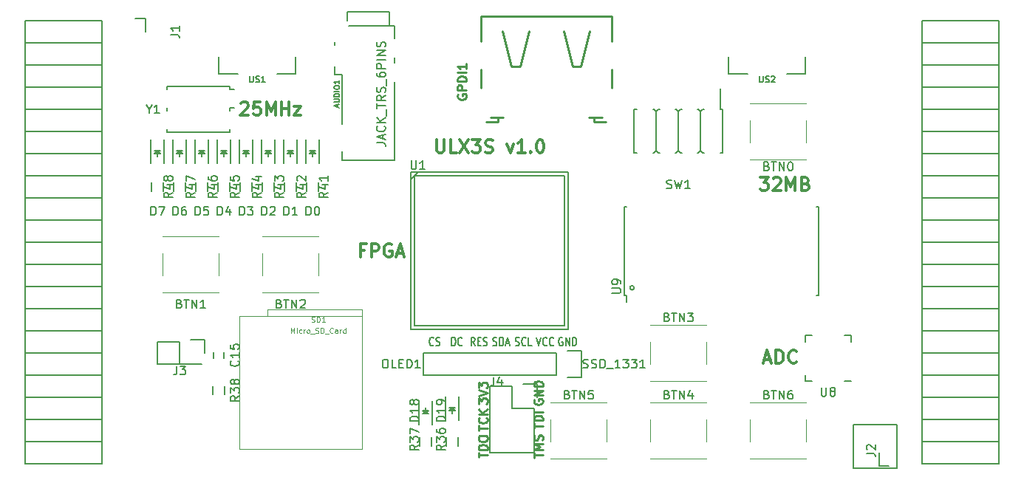
<source format=gto>
G04 #@! TF.FileFunction,Legend,Top*
%FSLAX46Y46*%
G04 Gerber Fmt 4.6, Leading zero omitted, Abs format (unit mm)*
G04 Created by KiCad (PCBNEW 4.0.7+dfsg1-1) date Tue Oct  3 00:54:53 2017*
%MOMM*%
%LPD*%
G01*
G04 APERTURE LIST*
%ADD10C,0.100000*%
%ADD11C,0.300000*%
%ADD12C,0.250000*%
%ADD13C,0.150000*%
%ADD14C,0.010160*%
%ADD15C,0.254000*%
%ADD16C,0.120000*%
%ADD17C,0.124460*%
%ADD18C,0.152400*%
G04 APERTURE END LIST*
D10*
D11*
X132442858Y-75076571D02*
X132442858Y-76290857D01*
X132514286Y-76433714D01*
X132585715Y-76505143D01*
X132728572Y-76576571D01*
X133014286Y-76576571D01*
X133157144Y-76505143D01*
X133228572Y-76433714D01*
X133300001Y-76290857D01*
X133300001Y-75076571D01*
X134728573Y-76576571D02*
X134014287Y-76576571D01*
X134014287Y-75076571D01*
X135085716Y-75076571D02*
X136085716Y-76576571D01*
X136085716Y-75076571D02*
X135085716Y-76576571D01*
X136514287Y-75076571D02*
X137442858Y-75076571D01*
X136942858Y-75648000D01*
X137157144Y-75648000D01*
X137300001Y-75719429D01*
X137371430Y-75790857D01*
X137442858Y-75933714D01*
X137442858Y-76290857D01*
X137371430Y-76433714D01*
X137300001Y-76505143D01*
X137157144Y-76576571D01*
X136728572Y-76576571D01*
X136585715Y-76505143D01*
X136514287Y-76433714D01*
X138014286Y-76505143D02*
X138228572Y-76576571D01*
X138585715Y-76576571D01*
X138728572Y-76505143D01*
X138800001Y-76433714D01*
X138871429Y-76290857D01*
X138871429Y-76148000D01*
X138800001Y-76005143D01*
X138728572Y-75933714D01*
X138585715Y-75862286D01*
X138300001Y-75790857D01*
X138157143Y-75719429D01*
X138085715Y-75648000D01*
X138014286Y-75505143D01*
X138014286Y-75362286D01*
X138085715Y-75219429D01*
X138157143Y-75148000D01*
X138300001Y-75076571D01*
X138657143Y-75076571D01*
X138871429Y-75148000D01*
X140514286Y-75576571D02*
X140871429Y-76576571D01*
X141228571Y-75576571D01*
X142585714Y-76576571D02*
X141728571Y-76576571D01*
X142157143Y-76576571D02*
X142157143Y-75076571D01*
X142014286Y-75290857D01*
X141871428Y-75433714D01*
X141728571Y-75505143D01*
X143228571Y-76433714D02*
X143299999Y-76505143D01*
X143228571Y-76576571D01*
X143157142Y-76505143D01*
X143228571Y-76433714D01*
X143228571Y-76576571D01*
X144228571Y-75076571D02*
X144371428Y-75076571D01*
X144514285Y-75148000D01*
X144585714Y-75219429D01*
X144657143Y-75362286D01*
X144728571Y-75648000D01*
X144728571Y-76005143D01*
X144657143Y-76290857D01*
X144585714Y-76433714D01*
X144514285Y-76505143D01*
X144371428Y-76576571D01*
X144228571Y-76576571D01*
X144085714Y-76505143D01*
X144014285Y-76433714D01*
X143942857Y-76290857D01*
X143871428Y-76005143D01*
X143871428Y-75648000D01*
X143942857Y-75362286D01*
X144014285Y-75219429D01*
X144085714Y-75148000D01*
X144228571Y-75076571D01*
X124175429Y-87728857D02*
X123675429Y-87728857D01*
X123675429Y-88514571D02*
X123675429Y-87014571D01*
X124389715Y-87014571D01*
X124961143Y-88514571D02*
X124961143Y-87014571D01*
X125532571Y-87014571D01*
X125675429Y-87086000D01*
X125746857Y-87157429D01*
X125818286Y-87300286D01*
X125818286Y-87514571D01*
X125746857Y-87657429D01*
X125675429Y-87728857D01*
X125532571Y-87800286D01*
X124961143Y-87800286D01*
X127246857Y-87086000D02*
X127104000Y-87014571D01*
X126889714Y-87014571D01*
X126675429Y-87086000D01*
X126532571Y-87228857D01*
X126461143Y-87371714D01*
X126389714Y-87657429D01*
X126389714Y-87871714D01*
X126461143Y-88157429D01*
X126532571Y-88300286D01*
X126675429Y-88443143D01*
X126889714Y-88514571D01*
X127032571Y-88514571D01*
X127246857Y-88443143D01*
X127318286Y-88371714D01*
X127318286Y-87871714D01*
X127032571Y-87871714D01*
X127889714Y-88086000D02*
X128604000Y-88086000D01*
X127746857Y-88514571D02*
X128246857Y-87014571D01*
X128746857Y-88514571D01*
X169510572Y-79394571D02*
X170439143Y-79394571D01*
X169939143Y-79966000D01*
X170153429Y-79966000D01*
X170296286Y-80037429D01*
X170367715Y-80108857D01*
X170439143Y-80251714D01*
X170439143Y-80608857D01*
X170367715Y-80751714D01*
X170296286Y-80823143D01*
X170153429Y-80894571D01*
X169724857Y-80894571D01*
X169582000Y-80823143D01*
X169510572Y-80751714D01*
X171010571Y-79537429D02*
X171082000Y-79466000D01*
X171224857Y-79394571D01*
X171582000Y-79394571D01*
X171724857Y-79466000D01*
X171796286Y-79537429D01*
X171867714Y-79680286D01*
X171867714Y-79823143D01*
X171796286Y-80037429D01*
X170939143Y-80894571D01*
X171867714Y-80894571D01*
X172510571Y-80894571D02*
X172510571Y-79394571D01*
X173010571Y-80466000D01*
X173510571Y-79394571D01*
X173510571Y-80894571D01*
X174724857Y-80108857D02*
X174939143Y-80180286D01*
X175010571Y-80251714D01*
X175082000Y-80394571D01*
X175082000Y-80608857D01*
X175010571Y-80751714D01*
X174939143Y-80823143D01*
X174796285Y-80894571D01*
X174224857Y-80894571D01*
X174224857Y-79394571D01*
X174724857Y-79394571D01*
X174867714Y-79466000D01*
X174939143Y-79537429D01*
X175010571Y-79680286D01*
X175010571Y-79823143D01*
X174939143Y-79966000D01*
X174867714Y-80037429D01*
X174724857Y-80108857D01*
X174224857Y-80108857D01*
X169966857Y-100278000D02*
X170681143Y-100278000D01*
X169824000Y-100706571D02*
X170324000Y-99206571D01*
X170824000Y-100706571D01*
X171324000Y-100706571D02*
X171324000Y-99206571D01*
X171681143Y-99206571D01*
X171895428Y-99278000D01*
X172038286Y-99420857D01*
X172109714Y-99563714D01*
X172181143Y-99849429D01*
X172181143Y-100063714D01*
X172109714Y-100349429D01*
X172038286Y-100492286D01*
X171895428Y-100635143D01*
X171681143Y-100706571D01*
X171324000Y-100706571D01*
X173681143Y-100563714D02*
X173609714Y-100635143D01*
X173395428Y-100706571D01*
X173252571Y-100706571D01*
X173038286Y-100635143D01*
X172895428Y-100492286D01*
X172824000Y-100349429D01*
X172752571Y-100063714D01*
X172752571Y-99849429D01*
X172824000Y-99563714D01*
X172895428Y-99420857D01*
X173038286Y-99278000D01*
X173252571Y-99206571D01*
X173395428Y-99206571D01*
X173609714Y-99278000D01*
X173681143Y-99349429D01*
X110011143Y-70901429D02*
X110082572Y-70830000D01*
X110225429Y-70758571D01*
X110582572Y-70758571D01*
X110725429Y-70830000D01*
X110796858Y-70901429D01*
X110868286Y-71044286D01*
X110868286Y-71187143D01*
X110796858Y-71401429D01*
X109939715Y-72258571D01*
X110868286Y-72258571D01*
X112225429Y-70758571D02*
X111511143Y-70758571D01*
X111439714Y-71472857D01*
X111511143Y-71401429D01*
X111654000Y-71330000D01*
X112011143Y-71330000D01*
X112154000Y-71401429D01*
X112225429Y-71472857D01*
X112296857Y-71615714D01*
X112296857Y-71972857D01*
X112225429Y-72115714D01*
X112154000Y-72187143D01*
X112011143Y-72258571D01*
X111654000Y-72258571D01*
X111511143Y-72187143D01*
X111439714Y-72115714D01*
X112939714Y-72258571D02*
X112939714Y-70758571D01*
X113439714Y-71830000D01*
X113939714Y-70758571D01*
X113939714Y-72258571D01*
X114654000Y-72258571D02*
X114654000Y-70758571D01*
X114654000Y-71472857D02*
X115511143Y-71472857D01*
X115511143Y-72258571D02*
X115511143Y-70758571D01*
X116082572Y-71258571D02*
X116868286Y-71258571D01*
X116082572Y-72258571D01*
X116868286Y-72258571D01*
D12*
X143590381Y-111521333D02*
X143590381Y-110949904D01*
X144590381Y-111235619D02*
X143590381Y-111235619D01*
X144590381Y-110616571D02*
X143590381Y-110616571D01*
X144304667Y-110283237D01*
X143590381Y-109949904D01*
X144590381Y-109949904D01*
X144542762Y-109521333D02*
X144590381Y-109378476D01*
X144590381Y-109140380D01*
X144542762Y-109045142D01*
X144495143Y-108997523D01*
X144399905Y-108949904D01*
X144304667Y-108949904D01*
X144209429Y-108997523D01*
X144161810Y-109045142D01*
X144114190Y-109140380D01*
X144066571Y-109330857D01*
X144018952Y-109426095D01*
X143971333Y-109473714D01*
X143876095Y-109521333D01*
X143780857Y-109521333D01*
X143685619Y-109473714D01*
X143638000Y-109426095D01*
X143590381Y-109330857D01*
X143590381Y-109092761D01*
X143638000Y-108949904D01*
X143590381Y-108163809D02*
X143590381Y-107592380D01*
X144590381Y-107878095D02*
X143590381Y-107878095D01*
X144590381Y-107259047D02*
X143590381Y-107259047D01*
X143590381Y-107020952D01*
X143638000Y-106878094D01*
X143733238Y-106782856D01*
X143828476Y-106735237D01*
X144018952Y-106687618D01*
X144161810Y-106687618D01*
X144352286Y-106735237D01*
X144447524Y-106782856D01*
X144542762Y-106878094D01*
X144590381Y-107020952D01*
X144590381Y-107259047D01*
X144590381Y-106259047D02*
X143590381Y-106259047D01*
X143638000Y-104853904D02*
X143590381Y-104949142D01*
X143590381Y-105091999D01*
X143638000Y-105234857D01*
X143733238Y-105330095D01*
X143828476Y-105377714D01*
X144018952Y-105425333D01*
X144161810Y-105425333D01*
X144352286Y-105377714D01*
X144447524Y-105330095D01*
X144542762Y-105234857D01*
X144590381Y-105091999D01*
X144590381Y-104996761D01*
X144542762Y-104853904D01*
X144495143Y-104806285D01*
X144161810Y-104806285D01*
X144161810Y-104996761D01*
X144590381Y-104377714D02*
X143590381Y-104377714D01*
X144590381Y-103806285D01*
X143590381Y-103806285D01*
X144590381Y-103330095D02*
X143590381Y-103330095D01*
X143590381Y-103092000D01*
X143638000Y-102949142D01*
X143733238Y-102853904D01*
X143828476Y-102806285D01*
X144018952Y-102758666D01*
X144161810Y-102758666D01*
X144352286Y-102806285D01*
X144447524Y-102853904D01*
X144542762Y-102949142D01*
X144590381Y-103092000D01*
X144590381Y-103330095D01*
X137240381Y-111497524D02*
X137240381Y-110926095D01*
X138240381Y-111211810D02*
X137240381Y-111211810D01*
X138240381Y-110592762D02*
X137240381Y-110592762D01*
X137240381Y-110354667D01*
X137288000Y-110211809D01*
X137383238Y-110116571D01*
X137478476Y-110068952D01*
X137668952Y-110021333D01*
X137811810Y-110021333D01*
X138002286Y-110068952D01*
X138097524Y-110116571D01*
X138192762Y-110211809D01*
X138240381Y-110354667D01*
X138240381Y-110592762D01*
X137240381Y-109402286D02*
X137240381Y-109211809D01*
X137288000Y-109116571D01*
X137383238Y-109021333D01*
X137573714Y-108973714D01*
X137907048Y-108973714D01*
X138097524Y-109021333D01*
X138192762Y-109116571D01*
X138240381Y-109211809D01*
X138240381Y-109402286D01*
X138192762Y-109497524D01*
X138097524Y-109592762D01*
X137907048Y-109640381D01*
X137573714Y-109640381D01*
X137383238Y-109592762D01*
X137288000Y-109497524D01*
X137240381Y-109402286D01*
X137240381Y-108425714D02*
X137240381Y-107854285D01*
X138240381Y-108140000D02*
X137240381Y-108140000D01*
X138145143Y-106949523D02*
X138192762Y-106997142D01*
X138240381Y-107139999D01*
X138240381Y-107235237D01*
X138192762Y-107378095D01*
X138097524Y-107473333D01*
X138002286Y-107520952D01*
X137811810Y-107568571D01*
X137668952Y-107568571D01*
X137478476Y-107520952D01*
X137383238Y-107473333D01*
X137288000Y-107378095D01*
X137240381Y-107235237D01*
X137240381Y-107139999D01*
X137288000Y-106997142D01*
X137335619Y-106949523D01*
X138240381Y-106520952D02*
X137240381Y-106520952D01*
X138240381Y-105949523D02*
X137668952Y-106378095D01*
X137240381Y-105949523D02*
X137811810Y-106520952D01*
X137240381Y-105330095D02*
X137240381Y-104711047D01*
X137621333Y-105044381D01*
X137621333Y-104901523D01*
X137668952Y-104806285D01*
X137716571Y-104758666D01*
X137811810Y-104711047D01*
X138049905Y-104711047D01*
X138145143Y-104758666D01*
X138192762Y-104806285D01*
X138240381Y-104901523D01*
X138240381Y-105187238D01*
X138192762Y-105282476D01*
X138145143Y-105330095D01*
X137240381Y-104425333D02*
X138240381Y-104092000D01*
X137240381Y-103758666D01*
X137240381Y-103520571D02*
X137240381Y-102901523D01*
X137621333Y-103234857D01*
X137621333Y-103091999D01*
X137668952Y-102996761D01*
X137716571Y-102949142D01*
X137811810Y-102901523D01*
X138049905Y-102901523D01*
X138145143Y-102949142D01*
X138192762Y-102996761D01*
X138240381Y-103091999D01*
X138240381Y-103377714D01*
X138192762Y-103472952D01*
X138145143Y-103520571D01*
D13*
X164940000Y-71620000D02*
X164940000Y-69195000D01*
X162680000Y-71870000D02*
X162680000Y-76370000D01*
X155060000Y-76620000D02*
X155340000Y-76620000D01*
X155060000Y-76620000D02*
X155060000Y-71620000D01*
X155060000Y-71620000D02*
X155340000Y-71620000D01*
X165220000Y-71620000D02*
X164940000Y-71620000D01*
X165220000Y-76620000D02*
X165220000Y-71620000D01*
X163061000Y-76620000D02*
X162934000Y-76620000D01*
X162934000Y-76620000D02*
X162680000Y-76366000D01*
X162680000Y-76366000D02*
X162426000Y-76620000D01*
X162426000Y-76620000D02*
X162299000Y-76620000D01*
X165220000Y-76620000D02*
X164940000Y-76620000D01*
X160521000Y-76620000D02*
X160394000Y-76620000D01*
X157981000Y-76620000D02*
X157854000Y-76620000D01*
X162299000Y-71620000D02*
X162426000Y-71620000D01*
X160140000Y-76366000D02*
X159886000Y-76620000D01*
X157600000Y-76366000D02*
X157346000Y-76620000D01*
X162680000Y-71874000D02*
X162934000Y-71620000D01*
X159886000Y-76620000D02*
X159759000Y-76620000D01*
X157346000Y-76620000D02*
X157219000Y-76620000D01*
X162934000Y-71620000D02*
X163061000Y-71620000D01*
X160394000Y-76620000D02*
X160140000Y-76366000D01*
X157854000Y-76620000D02*
X157600000Y-76366000D01*
X162426000Y-71620000D02*
X162680000Y-71874000D01*
X159759000Y-71620000D02*
X159886000Y-71620000D01*
X157219000Y-71620000D02*
X157346000Y-71620000D01*
X160394000Y-71620000D02*
X160521000Y-71620000D01*
X157854000Y-71620000D02*
X157981000Y-71620000D01*
X160140000Y-71874000D02*
X160394000Y-71620000D01*
X157600000Y-71874000D02*
X157854000Y-71620000D01*
X159886000Y-71620000D02*
X160140000Y-71874000D01*
X157346000Y-71620000D02*
X157600000Y-71874000D01*
X160140000Y-71870000D02*
X160140000Y-76370000D01*
X157600000Y-71870000D02*
X157600000Y-76370000D01*
D14*
X113070000Y-95320000D02*
X113070000Y-94520000D01*
X113070000Y-94520000D02*
X123870000Y-94520000D01*
X123870000Y-94520000D02*
X123870000Y-95320000D01*
X109870000Y-110520000D02*
X109870000Y-95320000D01*
X109870000Y-95320000D02*
X123870000Y-95320000D01*
X123870000Y-95320000D02*
X123870000Y-110520000D01*
X123870000Y-110520000D02*
X109870000Y-110520000D01*
D13*
X117480000Y-75060000D02*
X117480000Y-77760000D01*
X118980000Y-75060000D02*
X118980000Y-77760000D01*
X118080000Y-76560000D02*
X118330000Y-76560000D01*
X118330000Y-76560000D02*
X118180000Y-76410000D01*
X118580000Y-76310000D02*
X117880000Y-76310000D01*
X118230000Y-76660000D02*
X118230000Y-77010000D01*
X118230000Y-76310000D02*
X118580000Y-76660000D01*
X118580000Y-76660000D02*
X117880000Y-76660000D01*
X117880000Y-76660000D02*
X118230000Y-76310000D01*
X114940000Y-75060000D02*
X114940000Y-77760000D01*
X116440000Y-75060000D02*
X116440000Y-77760000D01*
X115540000Y-76560000D02*
X115790000Y-76560000D01*
X115790000Y-76560000D02*
X115640000Y-76410000D01*
X116040000Y-76310000D02*
X115340000Y-76310000D01*
X115690000Y-76660000D02*
X115690000Y-77010000D01*
X115690000Y-76310000D02*
X116040000Y-76660000D01*
X116040000Y-76660000D02*
X115340000Y-76660000D01*
X115340000Y-76660000D02*
X115690000Y-76310000D01*
X112400000Y-75060000D02*
X112400000Y-77760000D01*
X113900000Y-75060000D02*
X113900000Y-77760000D01*
X113000000Y-76560000D02*
X113250000Y-76560000D01*
X113250000Y-76560000D02*
X113100000Y-76410000D01*
X113500000Y-76310000D02*
X112800000Y-76310000D01*
X113150000Y-76660000D02*
X113150000Y-77010000D01*
X113150000Y-76310000D02*
X113500000Y-76660000D01*
X113500000Y-76660000D02*
X112800000Y-76660000D01*
X112800000Y-76660000D02*
X113150000Y-76310000D01*
X109860000Y-75060000D02*
X109860000Y-77760000D01*
X111360000Y-75060000D02*
X111360000Y-77760000D01*
X110460000Y-76560000D02*
X110710000Y-76560000D01*
X110710000Y-76560000D02*
X110560000Y-76410000D01*
X110960000Y-76310000D02*
X110260000Y-76310000D01*
X110610000Y-76660000D02*
X110610000Y-77010000D01*
X110610000Y-76310000D02*
X110960000Y-76660000D01*
X110960000Y-76660000D02*
X110260000Y-76660000D01*
X110260000Y-76660000D02*
X110610000Y-76310000D01*
X107320000Y-75060000D02*
X107320000Y-77760000D01*
X108820000Y-75060000D02*
X108820000Y-77760000D01*
X107920000Y-76560000D02*
X108170000Y-76560000D01*
X108170000Y-76560000D02*
X108020000Y-76410000D01*
X108420000Y-76310000D02*
X107720000Y-76310000D01*
X108070000Y-76660000D02*
X108070000Y-77010000D01*
X108070000Y-76310000D02*
X108420000Y-76660000D01*
X108420000Y-76660000D02*
X107720000Y-76660000D01*
X107720000Y-76660000D02*
X108070000Y-76310000D01*
X104780000Y-75060000D02*
X104780000Y-77760000D01*
X106280000Y-75060000D02*
X106280000Y-77760000D01*
X105380000Y-76560000D02*
X105630000Y-76560000D01*
X105630000Y-76560000D02*
X105480000Y-76410000D01*
X105880000Y-76310000D02*
X105180000Y-76310000D01*
X105530000Y-76660000D02*
X105530000Y-77010000D01*
X105530000Y-76310000D02*
X105880000Y-76660000D01*
X105880000Y-76660000D02*
X105180000Y-76660000D01*
X105180000Y-76660000D02*
X105530000Y-76310000D01*
X102240000Y-75060000D02*
X102240000Y-77760000D01*
X103740000Y-75060000D02*
X103740000Y-77760000D01*
X102840000Y-76560000D02*
X103090000Y-76560000D01*
X103090000Y-76560000D02*
X102940000Y-76410000D01*
X103340000Y-76310000D02*
X102640000Y-76310000D01*
X102990000Y-76660000D02*
X102990000Y-77010000D01*
X102990000Y-76310000D02*
X103340000Y-76660000D01*
X103340000Y-76660000D02*
X102640000Y-76660000D01*
X102640000Y-76660000D02*
X102990000Y-76310000D01*
X99700000Y-75060000D02*
X99700000Y-77760000D01*
X101200000Y-75060000D02*
X101200000Y-77760000D01*
X100300000Y-76560000D02*
X100550000Y-76560000D01*
X100550000Y-76560000D02*
X100400000Y-76410000D01*
X100800000Y-76310000D02*
X100100000Y-76310000D01*
X100450000Y-76660000D02*
X100450000Y-77010000D01*
X100450000Y-76310000D02*
X100800000Y-76660000D01*
X100800000Y-76660000D02*
X100100000Y-76660000D01*
X100100000Y-76660000D02*
X100450000Y-76310000D01*
X176180000Y-92880000D02*
X175980000Y-92880000D01*
X176180000Y-82720000D02*
X175980000Y-82720000D01*
X155080000Y-92050000D02*
G75*
G03X155080000Y-92050000I-250000J0D01*
G01*
X154180000Y-92880000D02*
X154180000Y-93700000D01*
X153980000Y-92880000D02*
X154180000Y-92880000D01*
X153980000Y-82720000D02*
X154180000Y-82720000D01*
X176190000Y-82720000D02*
X176190000Y-92880000D01*
X153970000Y-92880000D02*
X153970000Y-82720000D01*
X85270000Y-112220000D02*
X94100000Y-112220000D01*
X85270000Y-109680000D02*
X85270000Y-112220000D01*
X94100000Y-109680000D02*
X94100000Y-112220000D01*
X94100000Y-112220000D02*
X85270000Y-112220000D01*
X94100000Y-109680000D02*
X85270000Y-109680000D01*
X94100000Y-107140000D02*
X94100000Y-109680000D01*
X85270000Y-107140000D02*
X85270000Y-109680000D01*
X85270000Y-109680000D02*
X94100000Y-109680000D01*
X85270000Y-91900000D02*
X94100000Y-91900000D01*
X85270000Y-89360000D02*
X85270000Y-91900000D01*
X94100000Y-89360000D02*
X94100000Y-91900000D01*
X94100000Y-91900000D02*
X85270000Y-91900000D01*
X94100000Y-94440000D02*
X85270000Y-94440000D01*
X94100000Y-91900000D02*
X94100000Y-94440000D01*
X85270000Y-91900000D02*
X85270000Y-94440000D01*
X85270000Y-94440000D02*
X94100000Y-94440000D01*
X85270000Y-107140000D02*
X94100000Y-107140000D01*
X85270000Y-104600000D02*
X85270000Y-107140000D01*
X94100000Y-104600000D02*
X94100000Y-107140000D01*
X94100000Y-107140000D02*
X85270000Y-107140000D01*
X94100000Y-104600000D02*
X85270000Y-104600000D01*
X94100000Y-102060000D02*
X94100000Y-104600000D01*
X85270000Y-102060000D02*
X85270000Y-104600000D01*
X85270000Y-104600000D02*
X94100000Y-104600000D01*
X85270000Y-102060000D02*
X94100000Y-102060000D01*
X85270000Y-99520000D02*
X85270000Y-102060000D01*
X94100000Y-99520000D02*
X94100000Y-102060000D01*
X94100000Y-102060000D02*
X85270000Y-102060000D01*
X94100000Y-99520000D02*
X85270000Y-99520000D01*
X94100000Y-96980000D02*
X94100000Y-99520000D01*
X85270000Y-96980000D02*
X85270000Y-99520000D01*
X85270000Y-99520000D02*
X94100000Y-99520000D01*
X85270000Y-96980000D02*
X94100000Y-96980000D01*
X85270000Y-94440000D02*
X85270000Y-96980000D01*
X94100000Y-94440000D02*
X94100000Y-96980000D01*
X94100000Y-96980000D02*
X85270000Y-96980000D01*
X94100000Y-79200000D02*
X85270000Y-79200000D01*
X94100000Y-76660000D02*
X94100000Y-79200000D01*
X85270000Y-76660000D02*
X85270000Y-79200000D01*
X85270000Y-79200000D02*
X94100000Y-79200000D01*
X85270000Y-81740000D02*
X94100000Y-81740000D01*
X85270000Y-79200000D02*
X85270000Y-81740000D01*
X94100000Y-79200000D02*
X94100000Y-81740000D01*
X94100000Y-81740000D02*
X85270000Y-81740000D01*
X94100000Y-84280000D02*
X85270000Y-84280000D01*
X94100000Y-81740000D02*
X94100000Y-84280000D01*
X85270000Y-81740000D02*
X85270000Y-84280000D01*
X85270000Y-84280000D02*
X94100000Y-84280000D01*
X85270000Y-86820000D02*
X94100000Y-86820000D01*
X85270000Y-84280000D02*
X85270000Y-86820000D01*
X94100000Y-84280000D02*
X94100000Y-86820000D01*
X94100000Y-86820000D02*
X85270000Y-86820000D01*
X94100000Y-89360000D02*
X85270000Y-89360000D01*
X94100000Y-86820000D02*
X94100000Y-89360000D01*
X85270000Y-86820000D02*
X85270000Y-89360000D01*
X85270000Y-89360000D02*
X94100000Y-89360000D01*
X85270000Y-76660000D02*
X94100000Y-76660000D01*
X85270000Y-74120000D02*
X85270000Y-76660000D01*
X94100000Y-74120000D02*
X94100000Y-76660000D01*
X94100000Y-76660000D02*
X85270000Y-76660000D01*
X94100000Y-74120000D02*
X85270000Y-74120000D01*
X94100000Y-71580000D02*
X94100000Y-74120000D01*
X85270000Y-71580000D02*
X85270000Y-74120000D01*
X85270000Y-74120000D02*
X94100000Y-74120000D01*
X85270000Y-71580000D02*
X94100000Y-71580000D01*
X85270000Y-69040000D02*
X85270000Y-71580000D01*
X94100000Y-69040000D02*
X94100000Y-71580000D01*
X94100000Y-71580000D02*
X85270000Y-71580000D01*
X94100000Y-69040000D02*
X85270000Y-69040000D01*
X94100000Y-66500000D02*
X94100000Y-69040000D01*
X85270000Y-66500000D02*
X85270000Y-69040000D01*
X85270000Y-69040000D02*
X94100000Y-69040000D01*
X85270000Y-66500000D02*
X94100000Y-66500000D01*
X85270000Y-63960000D02*
X85270000Y-66500000D01*
X94100000Y-63960000D02*
X94100000Y-66500000D01*
X94100000Y-66500000D02*
X85270000Y-66500000D01*
X94100000Y-63960000D02*
X85270000Y-63960000D01*
X94100000Y-61420000D02*
X94100000Y-63960000D01*
X99060000Y-62690000D02*
X99060000Y-61140000D01*
X99060000Y-61140000D02*
X97910000Y-61140000D01*
X94100000Y-61420000D02*
X85270000Y-61420000D01*
X85270000Y-61420000D02*
X85270000Y-63960000D01*
X85270000Y-63960000D02*
X94100000Y-63960000D01*
X196910000Y-61420000D02*
X188080000Y-61420000D01*
X196910000Y-63960000D02*
X196910000Y-61420000D01*
X188080000Y-63960000D02*
X188080000Y-61420000D01*
X188080000Y-61420000D02*
X196910000Y-61420000D01*
X188080000Y-63960000D02*
X196910000Y-63960000D01*
X188080000Y-66500000D02*
X188080000Y-63960000D01*
X196910000Y-66500000D02*
X196910000Y-63960000D01*
X196910000Y-63960000D02*
X188080000Y-63960000D01*
X196910000Y-81740000D02*
X188080000Y-81740000D01*
X196910000Y-84280000D02*
X196910000Y-81740000D01*
X188080000Y-84280000D02*
X188080000Y-81740000D01*
X188080000Y-81740000D02*
X196910000Y-81740000D01*
X188080000Y-79200000D02*
X196910000Y-79200000D01*
X188080000Y-81740000D02*
X188080000Y-79200000D01*
X196910000Y-81740000D02*
X196910000Y-79200000D01*
X196910000Y-79200000D02*
X188080000Y-79200000D01*
X196910000Y-66500000D02*
X188080000Y-66500000D01*
X196910000Y-69040000D02*
X196910000Y-66500000D01*
X188080000Y-69040000D02*
X188080000Y-66500000D01*
X188080000Y-66500000D02*
X196910000Y-66500000D01*
X188080000Y-69040000D02*
X196910000Y-69040000D01*
X188080000Y-71580000D02*
X188080000Y-69040000D01*
X196910000Y-71580000D02*
X196910000Y-69040000D01*
X196910000Y-69040000D02*
X188080000Y-69040000D01*
X196910000Y-71580000D02*
X188080000Y-71580000D01*
X196910000Y-74120000D02*
X196910000Y-71580000D01*
X188080000Y-74120000D02*
X188080000Y-71580000D01*
X188080000Y-71580000D02*
X196910000Y-71580000D01*
X188080000Y-74120000D02*
X196910000Y-74120000D01*
X188080000Y-76660000D02*
X188080000Y-74120000D01*
X196910000Y-76660000D02*
X196910000Y-74120000D01*
X196910000Y-74120000D02*
X188080000Y-74120000D01*
X196910000Y-76660000D02*
X188080000Y-76660000D01*
X196910000Y-79200000D02*
X196910000Y-76660000D01*
X188080000Y-79200000D02*
X188080000Y-76660000D01*
X188080000Y-76660000D02*
X196910000Y-76660000D01*
X188080000Y-94440000D02*
X196910000Y-94440000D01*
X188080000Y-96980000D02*
X188080000Y-94440000D01*
X196910000Y-96980000D02*
X196910000Y-94440000D01*
X196910000Y-94440000D02*
X188080000Y-94440000D01*
X196910000Y-91900000D02*
X188080000Y-91900000D01*
X196910000Y-94440000D02*
X196910000Y-91900000D01*
X188080000Y-94440000D02*
X188080000Y-91900000D01*
X188080000Y-91900000D02*
X196910000Y-91900000D01*
X188080000Y-89360000D02*
X196910000Y-89360000D01*
X188080000Y-91900000D02*
X188080000Y-89360000D01*
X196910000Y-91900000D02*
X196910000Y-89360000D01*
X196910000Y-89360000D02*
X188080000Y-89360000D01*
X196910000Y-86820000D02*
X188080000Y-86820000D01*
X196910000Y-89360000D02*
X196910000Y-86820000D01*
X188080000Y-89360000D02*
X188080000Y-86820000D01*
X188080000Y-86820000D02*
X196910000Y-86820000D01*
X188080000Y-84280000D02*
X196910000Y-84280000D01*
X188080000Y-86820000D02*
X188080000Y-84280000D01*
X196910000Y-86820000D02*
X196910000Y-84280000D01*
X196910000Y-84280000D02*
X188080000Y-84280000D01*
X196910000Y-96980000D02*
X188080000Y-96980000D01*
X196910000Y-99520000D02*
X196910000Y-96980000D01*
X188080000Y-99520000D02*
X188080000Y-96980000D01*
X188080000Y-96980000D02*
X196910000Y-96980000D01*
X188080000Y-99520000D02*
X196910000Y-99520000D01*
X188080000Y-102060000D02*
X188080000Y-99520000D01*
X196910000Y-102060000D02*
X196910000Y-99520000D01*
X196910000Y-99520000D02*
X188080000Y-99520000D01*
X196910000Y-102060000D02*
X188080000Y-102060000D01*
X196910000Y-104600000D02*
X196910000Y-102060000D01*
X188080000Y-104600000D02*
X188080000Y-102060000D01*
X188080000Y-102060000D02*
X196910000Y-102060000D01*
X188080000Y-104600000D02*
X196910000Y-104600000D01*
X188080000Y-107140000D02*
X188080000Y-104600000D01*
X196910000Y-107140000D02*
X196910000Y-104600000D01*
X196910000Y-104600000D02*
X188080000Y-104600000D01*
X196910000Y-107140000D02*
X188080000Y-107140000D01*
X196910000Y-109680000D02*
X196910000Y-107140000D01*
X188080000Y-109680000D02*
X188080000Y-107140000D01*
X188080000Y-107140000D02*
X196910000Y-107140000D01*
X188080000Y-109680000D02*
X196910000Y-109680000D01*
X188080000Y-112220000D02*
X188080000Y-109680000D01*
X183120000Y-110950000D02*
X183120000Y-112500000D01*
X183120000Y-112500000D02*
X184270000Y-112500000D01*
X188080000Y-112220000D02*
X196910000Y-112220000D01*
X196910000Y-112220000D02*
X196910000Y-109680000D01*
X196910000Y-109680000D02*
X188080000Y-109680000D01*
X108724000Y-69280000D02*
X109274000Y-69280000D01*
X101524000Y-68980000D02*
X101524000Y-69280000D01*
X101524000Y-74180000D02*
X101524000Y-73880000D01*
X108724000Y-74180000D02*
X108724000Y-73880000D01*
X108724000Y-68980000D02*
X108724000Y-69280000D01*
X108724000Y-68980000D02*
X101524000Y-68980000D01*
X108724000Y-71380000D02*
X109274000Y-71380000D01*
X108724000Y-74180000D02*
X101524000Y-74180000D01*
X101524000Y-71380000D02*
X101524000Y-71780000D01*
X108724000Y-71380000D02*
X108724000Y-71780000D01*
X105810000Y-99520000D02*
X105810000Y-97970000D01*
X102990000Y-100790000D02*
X105530000Y-100790000D01*
X105810000Y-97970000D02*
X104260000Y-97970000D01*
X100450000Y-100790000D02*
X102990000Y-100790000D01*
X102990000Y-100790000D02*
X102990000Y-98250000D01*
X102990000Y-98250000D02*
X100450000Y-98250000D01*
X100450000Y-98250000D02*
X100450000Y-100790000D01*
X131934000Y-107724000D02*
X131934000Y-105024000D01*
X130434000Y-107724000D02*
X130434000Y-105024000D01*
X131334000Y-106224000D02*
X131084000Y-106224000D01*
X131084000Y-106224000D02*
X131234000Y-106374000D01*
X130834000Y-106474000D02*
X131534000Y-106474000D01*
X131184000Y-106124000D02*
X131184000Y-105774000D01*
X131184000Y-106474000D02*
X130834000Y-106124000D01*
X130834000Y-106124000D02*
X131534000Y-106124000D01*
X131534000Y-106124000D02*
X131184000Y-106474000D01*
X133482000Y-104524000D02*
X133482000Y-107224000D01*
X134982000Y-104524000D02*
X134982000Y-107224000D01*
X134082000Y-106024000D02*
X134332000Y-106024000D01*
X134332000Y-106024000D02*
X134182000Y-105874000D01*
X134582000Y-105774000D02*
X133882000Y-105774000D01*
X134232000Y-106124000D02*
X134232000Y-106474000D01*
X134232000Y-105774000D02*
X134582000Y-106124000D01*
X134582000Y-106124000D02*
X133882000Y-106124000D01*
X133882000Y-106124000D02*
X134232000Y-105774000D01*
X130509000Y-110180000D02*
X130509000Y-109180000D01*
X131859000Y-109180000D02*
X131859000Y-110180000D01*
X134907000Y-109180000D02*
X134907000Y-110180000D01*
X133557000Y-110180000D02*
X133557000Y-109180000D01*
X106880000Y-100150000D02*
X106880000Y-99450000D01*
X108080000Y-99450000D02*
X108080000Y-100150000D01*
X106805000Y-104300000D02*
X106805000Y-103300000D01*
X108155000Y-103300000D02*
X108155000Y-104300000D01*
X116280000Y-65560000D02*
X116280000Y-67560000D01*
X116280000Y-67560000D02*
X114130000Y-67560000D01*
X109630000Y-67560000D02*
X107480000Y-67560000D01*
X107480000Y-67560000D02*
X107480000Y-65610000D01*
X174700000Y-65560000D02*
X174700000Y-67560000D01*
X174700000Y-67560000D02*
X172550000Y-67560000D01*
X168050000Y-67560000D02*
X165900000Y-67560000D01*
X165900000Y-67560000D02*
X165900000Y-65610000D01*
X143630000Y-110950000D02*
X143630000Y-105870000D01*
X143910000Y-103050000D02*
X143910000Y-104600000D01*
X141090000Y-103330000D02*
X141090000Y-105870000D01*
X141090000Y-105870000D02*
X143630000Y-105870000D01*
X143630000Y-110950000D02*
X138550000Y-110950000D01*
X138550000Y-110950000D02*
X138550000Y-105870000D01*
X143910000Y-103050000D02*
X142360000Y-103050000D01*
X138550000Y-103330000D02*
X141090000Y-103330000D01*
X138550000Y-105870000D02*
X138550000Y-103330000D01*
X118905000Y-79970000D02*
X118905000Y-80970000D01*
X117555000Y-80970000D02*
X117555000Y-79970000D01*
X116365000Y-79970000D02*
X116365000Y-80970000D01*
X115015000Y-80970000D02*
X115015000Y-79970000D01*
X113825000Y-79970000D02*
X113825000Y-80970000D01*
X112475000Y-80970000D02*
X112475000Y-79970000D01*
X111285000Y-79970000D02*
X111285000Y-80970000D01*
X109935000Y-80970000D02*
X109935000Y-79970000D01*
X108745000Y-79970000D02*
X108745000Y-80970000D01*
X107395000Y-80970000D02*
X107395000Y-79970000D01*
X106205000Y-79970000D02*
X106205000Y-80970000D01*
X104855000Y-80970000D02*
X104855000Y-79970000D01*
X103665000Y-79970000D02*
X103665000Y-80970000D01*
X102315000Y-80970000D02*
X102315000Y-79970000D01*
X101125000Y-79970000D02*
X101125000Y-80970000D01*
X99775000Y-80970000D02*
X99775000Y-79970000D01*
X174660000Y-102780000D02*
X174660000Y-102030000D01*
X179910000Y-97530000D02*
X179910000Y-98280000D01*
X174660000Y-97530000D02*
X174660000Y-98280000D01*
X179910000Y-102780000D02*
X179160000Y-102780000D01*
X179910000Y-97530000D02*
X179160000Y-97530000D01*
X174660000Y-97530000D02*
X175410000Y-97530000D01*
X174660000Y-102780000D02*
X175410000Y-102780000D01*
X130280000Y-78800000D02*
X129480000Y-79600000D01*
X129480000Y-96800000D02*
X129480000Y-78800000D01*
X147480000Y-96800000D02*
X129480000Y-96800000D01*
X147480000Y-78800000D02*
X147480000Y-96800000D01*
X129480000Y-78800000D02*
X147480000Y-78800000D01*
X129880000Y-96400000D02*
X129880000Y-79200000D01*
X147080000Y-96400000D02*
X129880000Y-96400000D01*
X147080000Y-79200000D02*
X147080000Y-96400000D01*
X129880000Y-79200000D02*
X147080000Y-79200000D01*
X180180640Y-107700640D02*
X185179360Y-107700640D01*
X185179360Y-107700640D02*
X185179360Y-112699360D01*
X185179360Y-112699360D02*
X180180640Y-112699360D01*
X180180640Y-112699360D02*
X180180640Y-107700640D01*
X146170000Y-99520000D02*
X130930000Y-99520000D01*
X130930000Y-99520000D02*
X130930000Y-102060000D01*
X130930000Y-102060000D02*
X146170000Y-102060000D01*
X148990000Y-99240000D02*
X147440000Y-99240000D01*
X146170000Y-99520000D02*
X146170000Y-102060000D01*
X147440000Y-102340000D02*
X148990000Y-102340000D01*
X148990000Y-102340000D02*
X148990000Y-99240000D01*
X122180000Y-60440000D02*
X122180000Y-61440000D01*
X126980000Y-60440000D02*
X122180000Y-60440000D01*
X126980000Y-62040000D02*
X126980000Y-60440000D01*
X127580000Y-62040000D02*
X122380000Y-62040000D01*
X120780000Y-64240000D02*
X120780000Y-63840000D01*
X120780000Y-67640000D02*
X120780000Y-66640000D01*
X121580000Y-67640000D02*
X120780000Y-67640000D01*
X121580000Y-73240000D02*
X121580000Y-67640000D01*
X121580000Y-77440000D02*
X121580000Y-76440000D01*
X127580000Y-77440000D02*
X121580000Y-77440000D01*
X127580000Y-68440000D02*
X127580000Y-77440000D01*
X127580000Y-65640000D02*
X127580000Y-66240000D01*
X127580000Y-62040000D02*
X127580000Y-63440000D01*
D15*
X151378260Y-72548160D02*
X150479100Y-72548160D01*
X150479100Y-72548160D02*
X149879660Y-72548160D01*
X140080340Y-72548160D02*
X139480900Y-72548160D01*
X139480900Y-72548160D02*
X138581740Y-72548160D01*
X137481920Y-69149640D02*
X137481920Y-66998260D01*
X137481920Y-63800400D02*
X137481920Y-60892100D01*
X137481920Y-60892100D02*
X152478080Y-60892100D01*
X152478080Y-60892100D02*
X152478080Y-63800400D01*
X152478080Y-66998260D02*
X152478080Y-69149640D01*
X138106760Y-73048540D02*
X139480900Y-73048540D01*
X139480900Y-73048540D02*
X139480900Y-72548160D01*
X150479100Y-72548160D02*
X150479100Y-73048540D01*
X150479100Y-73048540D02*
X151865940Y-73048540D01*
X142981020Y-62632000D02*
X141980260Y-66632500D01*
X141980260Y-66632500D02*
X140982040Y-66632500D01*
X140982040Y-66632500D02*
X139981280Y-62632000D01*
X146978980Y-62632000D02*
X147979740Y-66632500D01*
X147979740Y-66632500D02*
X148977960Y-66632500D01*
X148977960Y-66632500D02*
X149978720Y-62632000D01*
D16*
X168340000Y-77350000D02*
X168340000Y-77320000D01*
X168340000Y-70890000D02*
X168340000Y-70920000D01*
X174800000Y-70890000D02*
X174800000Y-70920000D01*
X174800000Y-77320000D02*
X174800000Y-77350000D01*
X168340000Y-75420000D02*
X168340000Y-72820000D01*
X174800000Y-77350000D02*
X168340000Y-77350000D01*
X174800000Y-75420000D02*
X174800000Y-72820000D01*
X174800000Y-70890000D02*
X168340000Y-70890000D01*
X107490000Y-86130000D02*
X107490000Y-86160000D01*
X107490000Y-92590000D02*
X107490000Y-92560000D01*
X101030000Y-92590000D02*
X101030000Y-92560000D01*
X101030000Y-86160000D02*
X101030000Y-86130000D01*
X107490000Y-88060000D02*
X107490000Y-90660000D01*
X101030000Y-86130000D02*
X107490000Y-86130000D01*
X101030000Y-88060000D02*
X101030000Y-90660000D01*
X101030000Y-92590000D02*
X107490000Y-92590000D01*
X118920000Y-86130000D02*
X118920000Y-86160000D01*
X118920000Y-92590000D02*
X118920000Y-92560000D01*
X112460000Y-92590000D02*
X112460000Y-92560000D01*
X112460000Y-86160000D02*
X112460000Y-86130000D01*
X118920000Y-88060000D02*
X118920000Y-90660000D01*
X112460000Y-86130000D02*
X118920000Y-86130000D01*
X112460000Y-88060000D02*
X112460000Y-90660000D01*
X112460000Y-92590000D02*
X118920000Y-92590000D01*
X163370000Y-96290000D02*
X163370000Y-96320000D01*
X163370000Y-102750000D02*
X163370000Y-102720000D01*
X156910000Y-102750000D02*
X156910000Y-102720000D01*
X156910000Y-96320000D02*
X156910000Y-96290000D01*
X163370000Y-98220000D02*
X163370000Y-100820000D01*
X156910000Y-96290000D02*
X163370000Y-96290000D01*
X156910000Y-98220000D02*
X156910000Y-100820000D01*
X156910000Y-102750000D02*
X163370000Y-102750000D01*
X156910000Y-111640000D02*
X156910000Y-111610000D01*
X156910000Y-105180000D02*
X156910000Y-105210000D01*
X163370000Y-105180000D02*
X163370000Y-105210000D01*
X163370000Y-111610000D02*
X163370000Y-111640000D01*
X156910000Y-109710000D02*
X156910000Y-107110000D01*
X163370000Y-111640000D02*
X156910000Y-111640000D01*
X163370000Y-109710000D02*
X163370000Y-107110000D01*
X163370000Y-105180000D02*
X156910000Y-105180000D01*
X145480000Y-111640000D02*
X145480000Y-111610000D01*
X145480000Y-105180000D02*
X145480000Y-105210000D01*
X151940000Y-105180000D02*
X151940000Y-105210000D01*
X151940000Y-111610000D02*
X151940000Y-111640000D01*
X145480000Y-109710000D02*
X145480000Y-107110000D01*
X151940000Y-111640000D02*
X145480000Y-111640000D01*
X151940000Y-109710000D02*
X151940000Y-107110000D01*
X151940000Y-105180000D02*
X145480000Y-105180000D01*
X168340000Y-111640000D02*
X168340000Y-111610000D01*
X168340000Y-105180000D02*
X168340000Y-105210000D01*
X174800000Y-105180000D02*
X174800000Y-105210000D01*
X174800000Y-111610000D02*
X174800000Y-111640000D01*
X168340000Y-109710000D02*
X168340000Y-107110000D01*
X174800000Y-111640000D02*
X168340000Y-111640000D01*
X174800000Y-109710000D02*
X174800000Y-107110000D01*
X174800000Y-105180000D02*
X168340000Y-105180000D01*
D13*
X158806667Y-80620762D02*
X158949524Y-80668381D01*
X159187620Y-80668381D01*
X159282858Y-80620762D01*
X159330477Y-80573143D01*
X159378096Y-80477905D01*
X159378096Y-80382667D01*
X159330477Y-80287429D01*
X159282858Y-80239810D01*
X159187620Y-80192190D01*
X158997143Y-80144571D01*
X158901905Y-80096952D01*
X158854286Y-80049333D01*
X158806667Y-79954095D01*
X158806667Y-79858857D01*
X158854286Y-79763619D01*
X158901905Y-79716000D01*
X158997143Y-79668381D01*
X159235239Y-79668381D01*
X159378096Y-79716000D01*
X159711429Y-79668381D02*
X159949524Y-80668381D01*
X160140001Y-79954095D01*
X160330477Y-80668381D01*
X160568572Y-79668381D01*
X161473334Y-80668381D02*
X160901905Y-80668381D01*
X161187619Y-80668381D02*
X161187619Y-79668381D01*
X161092381Y-79811238D01*
X160997143Y-79906476D01*
X160901905Y-79954095D01*
D17*
X118108564Y-95952630D02*
X118194198Y-95981175D01*
X118336922Y-95981175D01*
X118394012Y-95952630D01*
X118422556Y-95924086D01*
X118451101Y-95866996D01*
X118451101Y-95809907D01*
X118422556Y-95752817D01*
X118394012Y-95724272D01*
X118336922Y-95695728D01*
X118222743Y-95667183D01*
X118165654Y-95638638D01*
X118137109Y-95610093D01*
X118108564Y-95553004D01*
X118108564Y-95495914D01*
X118137109Y-95438825D01*
X118165654Y-95410280D01*
X118222743Y-95381735D01*
X118365467Y-95381735D01*
X118451101Y-95410280D01*
X118708004Y-95981175D02*
X118708004Y-95381735D01*
X118850728Y-95381735D01*
X118936362Y-95410280D01*
X118993451Y-95467370D01*
X119021996Y-95524459D01*
X119050541Y-95638638D01*
X119050541Y-95724272D01*
X119021996Y-95838451D01*
X118993451Y-95895541D01*
X118936362Y-95952630D01*
X118850728Y-95981175D01*
X118708004Y-95981175D01*
X119621436Y-95981175D02*
X119278899Y-95981175D01*
X119450168Y-95981175D02*
X119450168Y-95381735D01*
X119393078Y-95467370D01*
X119335989Y-95524459D01*
X119278899Y-95553004D01*
X115739350Y-97251175D02*
X115739350Y-96651735D01*
X115939163Y-97079907D01*
X116138976Y-96651735D01*
X116138976Y-97251175D01*
X116424424Y-97251175D02*
X116424424Y-96851549D01*
X116424424Y-96651735D02*
X116395879Y-96680280D01*
X116424424Y-96708825D01*
X116452969Y-96680280D01*
X116424424Y-96651735D01*
X116424424Y-96708825D01*
X116966775Y-97222630D02*
X116909685Y-97251175D01*
X116795506Y-97251175D01*
X116738417Y-97222630D01*
X116709872Y-97194086D01*
X116681327Y-97136996D01*
X116681327Y-96965728D01*
X116709872Y-96908638D01*
X116738417Y-96880093D01*
X116795506Y-96851549D01*
X116909685Y-96851549D01*
X116966775Y-96880093D01*
X117223678Y-97251175D02*
X117223678Y-96851549D01*
X117223678Y-96965728D02*
X117252223Y-96908638D01*
X117280767Y-96880093D01*
X117337857Y-96851549D01*
X117394946Y-96851549D01*
X117680394Y-97251175D02*
X117623305Y-97222630D01*
X117594760Y-97194086D01*
X117566215Y-97136996D01*
X117566215Y-96965728D01*
X117594760Y-96908638D01*
X117623305Y-96880093D01*
X117680394Y-96851549D01*
X117766028Y-96851549D01*
X117823118Y-96880093D01*
X117851663Y-96908638D01*
X117880207Y-96965728D01*
X117880207Y-97136996D01*
X117851663Y-97194086D01*
X117823118Y-97222630D01*
X117766028Y-97251175D01*
X117680394Y-97251175D01*
X117994386Y-97308265D02*
X118451102Y-97308265D01*
X118565281Y-97222630D02*
X118650915Y-97251175D01*
X118793639Y-97251175D01*
X118850729Y-97222630D01*
X118879273Y-97194086D01*
X118907818Y-97136996D01*
X118907818Y-97079907D01*
X118879273Y-97022817D01*
X118850729Y-96994272D01*
X118793639Y-96965728D01*
X118679460Y-96937183D01*
X118622371Y-96908638D01*
X118593826Y-96880093D01*
X118565281Y-96823004D01*
X118565281Y-96765914D01*
X118593826Y-96708825D01*
X118622371Y-96680280D01*
X118679460Y-96651735D01*
X118822184Y-96651735D01*
X118907818Y-96680280D01*
X119164721Y-97251175D02*
X119164721Y-96651735D01*
X119307445Y-96651735D01*
X119393079Y-96680280D01*
X119450168Y-96737370D01*
X119478713Y-96794459D01*
X119507258Y-96908638D01*
X119507258Y-96994272D01*
X119478713Y-97108451D01*
X119450168Y-97165541D01*
X119393079Y-97222630D01*
X119307445Y-97251175D01*
X119164721Y-97251175D01*
X119621437Y-97308265D02*
X120078153Y-97308265D01*
X120563414Y-97194086D02*
X120534869Y-97222630D01*
X120449235Y-97251175D01*
X120392145Y-97251175D01*
X120306511Y-97222630D01*
X120249422Y-97165541D01*
X120220877Y-97108451D01*
X120192332Y-96994272D01*
X120192332Y-96908638D01*
X120220877Y-96794459D01*
X120249422Y-96737370D01*
X120306511Y-96680280D01*
X120392145Y-96651735D01*
X120449235Y-96651735D01*
X120534869Y-96680280D01*
X120563414Y-96708825D01*
X121077220Y-97251175D02*
X121077220Y-96937183D01*
X121048675Y-96880093D01*
X120991585Y-96851549D01*
X120877406Y-96851549D01*
X120820317Y-96880093D01*
X121077220Y-97222630D02*
X121020130Y-97251175D01*
X120877406Y-97251175D01*
X120820317Y-97222630D01*
X120791772Y-97165541D01*
X120791772Y-97108451D01*
X120820317Y-97051362D01*
X120877406Y-97022817D01*
X121020130Y-97022817D01*
X121077220Y-96994272D01*
X121362667Y-97251175D02*
X121362667Y-96851549D01*
X121362667Y-96965728D02*
X121391212Y-96908638D01*
X121419756Y-96880093D01*
X121476846Y-96851549D01*
X121533935Y-96851549D01*
X121990652Y-97251175D02*
X121990652Y-96651735D01*
X121990652Y-97222630D02*
X121933562Y-97251175D01*
X121819383Y-97251175D01*
X121762294Y-97222630D01*
X121733749Y-97194086D01*
X121705204Y-97136996D01*
X121705204Y-96965728D01*
X121733749Y-96908638D01*
X121762294Y-96880093D01*
X121819383Y-96851549D01*
X121933562Y-96851549D01*
X121990652Y-96880093D01*
D13*
X117491905Y-83716381D02*
X117491905Y-82716381D01*
X117730000Y-82716381D01*
X117872858Y-82764000D01*
X117968096Y-82859238D01*
X118015715Y-82954476D01*
X118063334Y-83144952D01*
X118063334Y-83287810D01*
X118015715Y-83478286D01*
X117968096Y-83573524D01*
X117872858Y-83668762D01*
X117730000Y-83716381D01*
X117491905Y-83716381D01*
X118682381Y-82716381D02*
X118777620Y-82716381D01*
X118872858Y-82764000D01*
X118920477Y-82811619D01*
X118968096Y-82906857D01*
X119015715Y-83097333D01*
X119015715Y-83335429D01*
X118968096Y-83525905D01*
X118920477Y-83621143D01*
X118872858Y-83668762D01*
X118777620Y-83716381D01*
X118682381Y-83716381D01*
X118587143Y-83668762D01*
X118539524Y-83621143D01*
X118491905Y-83525905D01*
X118444286Y-83335429D01*
X118444286Y-83097333D01*
X118491905Y-82906857D01*
X118539524Y-82811619D01*
X118587143Y-82764000D01*
X118682381Y-82716381D01*
X114951905Y-83716381D02*
X114951905Y-82716381D01*
X115190000Y-82716381D01*
X115332858Y-82764000D01*
X115428096Y-82859238D01*
X115475715Y-82954476D01*
X115523334Y-83144952D01*
X115523334Y-83287810D01*
X115475715Y-83478286D01*
X115428096Y-83573524D01*
X115332858Y-83668762D01*
X115190000Y-83716381D01*
X114951905Y-83716381D01*
X116475715Y-83716381D02*
X115904286Y-83716381D01*
X116190000Y-83716381D02*
X116190000Y-82716381D01*
X116094762Y-82859238D01*
X115999524Y-82954476D01*
X115904286Y-83002095D01*
X112411905Y-83716381D02*
X112411905Y-82716381D01*
X112650000Y-82716381D01*
X112792858Y-82764000D01*
X112888096Y-82859238D01*
X112935715Y-82954476D01*
X112983334Y-83144952D01*
X112983334Y-83287810D01*
X112935715Y-83478286D01*
X112888096Y-83573524D01*
X112792858Y-83668762D01*
X112650000Y-83716381D01*
X112411905Y-83716381D01*
X113364286Y-82811619D02*
X113411905Y-82764000D01*
X113507143Y-82716381D01*
X113745239Y-82716381D01*
X113840477Y-82764000D01*
X113888096Y-82811619D01*
X113935715Y-82906857D01*
X113935715Y-83002095D01*
X113888096Y-83144952D01*
X113316667Y-83716381D01*
X113935715Y-83716381D01*
X109871905Y-83716381D02*
X109871905Y-82716381D01*
X110110000Y-82716381D01*
X110252858Y-82764000D01*
X110348096Y-82859238D01*
X110395715Y-82954476D01*
X110443334Y-83144952D01*
X110443334Y-83287810D01*
X110395715Y-83478286D01*
X110348096Y-83573524D01*
X110252858Y-83668762D01*
X110110000Y-83716381D01*
X109871905Y-83716381D01*
X110776667Y-82716381D02*
X111395715Y-82716381D01*
X111062381Y-83097333D01*
X111205239Y-83097333D01*
X111300477Y-83144952D01*
X111348096Y-83192571D01*
X111395715Y-83287810D01*
X111395715Y-83525905D01*
X111348096Y-83621143D01*
X111300477Y-83668762D01*
X111205239Y-83716381D01*
X110919524Y-83716381D01*
X110824286Y-83668762D01*
X110776667Y-83621143D01*
X107331905Y-83716381D02*
X107331905Y-82716381D01*
X107570000Y-82716381D01*
X107712858Y-82764000D01*
X107808096Y-82859238D01*
X107855715Y-82954476D01*
X107903334Y-83144952D01*
X107903334Y-83287810D01*
X107855715Y-83478286D01*
X107808096Y-83573524D01*
X107712858Y-83668762D01*
X107570000Y-83716381D01*
X107331905Y-83716381D01*
X108760477Y-83049714D02*
X108760477Y-83716381D01*
X108522381Y-82668762D02*
X108284286Y-83383048D01*
X108903334Y-83383048D01*
X104791905Y-83716381D02*
X104791905Y-82716381D01*
X105030000Y-82716381D01*
X105172858Y-82764000D01*
X105268096Y-82859238D01*
X105315715Y-82954476D01*
X105363334Y-83144952D01*
X105363334Y-83287810D01*
X105315715Y-83478286D01*
X105268096Y-83573524D01*
X105172858Y-83668762D01*
X105030000Y-83716381D01*
X104791905Y-83716381D01*
X106268096Y-82716381D02*
X105791905Y-82716381D01*
X105744286Y-83192571D01*
X105791905Y-83144952D01*
X105887143Y-83097333D01*
X106125239Y-83097333D01*
X106220477Y-83144952D01*
X106268096Y-83192571D01*
X106315715Y-83287810D01*
X106315715Y-83525905D01*
X106268096Y-83621143D01*
X106220477Y-83668762D01*
X106125239Y-83716381D01*
X105887143Y-83716381D01*
X105791905Y-83668762D01*
X105744286Y-83621143D01*
X102251905Y-83716381D02*
X102251905Y-82716381D01*
X102490000Y-82716381D01*
X102632858Y-82764000D01*
X102728096Y-82859238D01*
X102775715Y-82954476D01*
X102823334Y-83144952D01*
X102823334Y-83287810D01*
X102775715Y-83478286D01*
X102728096Y-83573524D01*
X102632858Y-83668762D01*
X102490000Y-83716381D01*
X102251905Y-83716381D01*
X103680477Y-82716381D02*
X103490000Y-82716381D01*
X103394762Y-82764000D01*
X103347143Y-82811619D01*
X103251905Y-82954476D01*
X103204286Y-83144952D01*
X103204286Y-83525905D01*
X103251905Y-83621143D01*
X103299524Y-83668762D01*
X103394762Y-83716381D01*
X103585239Y-83716381D01*
X103680477Y-83668762D01*
X103728096Y-83621143D01*
X103775715Y-83525905D01*
X103775715Y-83287810D01*
X103728096Y-83192571D01*
X103680477Y-83144952D01*
X103585239Y-83097333D01*
X103394762Y-83097333D01*
X103299524Y-83144952D01*
X103251905Y-83192571D01*
X103204286Y-83287810D01*
X99711905Y-83716381D02*
X99711905Y-82716381D01*
X99950000Y-82716381D01*
X100092858Y-82764000D01*
X100188096Y-82859238D01*
X100235715Y-82954476D01*
X100283334Y-83144952D01*
X100283334Y-83287810D01*
X100235715Y-83478286D01*
X100188096Y-83573524D01*
X100092858Y-83668762D01*
X99950000Y-83716381D01*
X99711905Y-83716381D01*
X100616667Y-82716381D02*
X101283334Y-82716381D01*
X100854762Y-83716381D01*
X152532381Y-92661905D02*
X153341905Y-92661905D01*
X153437143Y-92614286D01*
X153484762Y-92566667D01*
X153532381Y-92471429D01*
X153532381Y-92280952D01*
X153484762Y-92185714D01*
X153437143Y-92138095D01*
X153341905Y-92090476D01*
X152532381Y-92090476D01*
X153532381Y-91566667D02*
X153532381Y-91376191D01*
X153484762Y-91280952D01*
X153437143Y-91233333D01*
X153294286Y-91138095D01*
X153103810Y-91090476D01*
X152722857Y-91090476D01*
X152627619Y-91138095D01*
X152580000Y-91185714D01*
X152532381Y-91280952D01*
X152532381Y-91471429D01*
X152580000Y-91566667D01*
X152627619Y-91614286D01*
X152722857Y-91661905D01*
X152960952Y-91661905D01*
X153056190Y-91614286D01*
X153103810Y-91566667D01*
X153151429Y-91471429D01*
X153151429Y-91280952D01*
X153103810Y-91185714D01*
X153056190Y-91138095D01*
X152960952Y-91090476D01*
X101962381Y-63023333D02*
X102676667Y-63023333D01*
X102819524Y-63070953D01*
X102914762Y-63166191D01*
X102962381Y-63309048D01*
X102962381Y-63404286D01*
X102962381Y-62023333D02*
X102962381Y-62594762D01*
X102962381Y-62309048D02*
X101962381Y-62309048D01*
X102105238Y-62404286D01*
X102200476Y-62499524D01*
X102248095Y-62594762D01*
X181690381Y-111029333D02*
X182404667Y-111029333D01*
X182547524Y-111076953D01*
X182642762Y-111172191D01*
X182690381Y-111315048D01*
X182690381Y-111410286D01*
X181785619Y-110600762D02*
X181738000Y-110553143D01*
X181690381Y-110457905D01*
X181690381Y-110219809D01*
X181738000Y-110124571D01*
X181785619Y-110076952D01*
X181880857Y-110029333D01*
X181976095Y-110029333D01*
X182118952Y-110076952D01*
X182690381Y-110648381D01*
X182690381Y-110029333D01*
X99465809Y-71556190D02*
X99465809Y-72032381D01*
X99132476Y-71032381D02*
X99465809Y-71556190D01*
X99799143Y-71032381D01*
X100656286Y-72032381D02*
X100084857Y-72032381D01*
X100370571Y-72032381D02*
X100370571Y-71032381D01*
X100275333Y-71175238D01*
X100180095Y-71270476D01*
X100084857Y-71318095D01*
X102656667Y-101004381D02*
X102656667Y-101718667D01*
X102609047Y-101861524D01*
X102513809Y-101956762D01*
X102370952Y-102004381D01*
X102275714Y-102004381D01*
X103037619Y-101004381D02*
X103656667Y-101004381D01*
X103323333Y-101385333D01*
X103466191Y-101385333D01*
X103561429Y-101432952D01*
X103609048Y-101480571D01*
X103656667Y-101575810D01*
X103656667Y-101813905D01*
X103609048Y-101909143D01*
X103561429Y-101956762D01*
X103466191Y-102004381D01*
X103180476Y-102004381D01*
X103085238Y-101956762D01*
X103037619Y-101909143D01*
X130366381Y-107338286D02*
X129366381Y-107338286D01*
X129366381Y-107100191D01*
X129414000Y-106957333D01*
X129509238Y-106862095D01*
X129604476Y-106814476D01*
X129794952Y-106766857D01*
X129937810Y-106766857D01*
X130128286Y-106814476D01*
X130223524Y-106862095D01*
X130318762Y-106957333D01*
X130366381Y-107100191D01*
X130366381Y-107338286D01*
X130366381Y-105814476D02*
X130366381Y-106385905D01*
X130366381Y-106100191D02*
X129366381Y-106100191D01*
X129509238Y-106195429D01*
X129604476Y-106290667D01*
X129652095Y-106385905D01*
X129794952Y-105243048D02*
X129747333Y-105338286D01*
X129699714Y-105385905D01*
X129604476Y-105433524D01*
X129556857Y-105433524D01*
X129461619Y-105385905D01*
X129414000Y-105338286D01*
X129366381Y-105243048D01*
X129366381Y-105052571D01*
X129414000Y-104957333D01*
X129461619Y-104909714D01*
X129556857Y-104862095D01*
X129604476Y-104862095D01*
X129699714Y-104909714D01*
X129747333Y-104957333D01*
X129794952Y-105052571D01*
X129794952Y-105243048D01*
X129842571Y-105338286D01*
X129890190Y-105385905D01*
X129985429Y-105433524D01*
X130175905Y-105433524D01*
X130271143Y-105385905D01*
X130318762Y-105338286D01*
X130366381Y-105243048D01*
X130366381Y-105052571D01*
X130318762Y-104957333D01*
X130271143Y-104909714D01*
X130175905Y-104862095D01*
X129985429Y-104862095D01*
X129890190Y-104909714D01*
X129842571Y-104957333D01*
X129794952Y-105052571D01*
X133414381Y-107338286D02*
X132414381Y-107338286D01*
X132414381Y-107100191D01*
X132462000Y-106957333D01*
X132557238Y-106862095D01*
X132652476Y-106814476D01*
X132842952Y-106766857D01*
X132985810Y-106766857D01*
X133176286Y-106814476D01*
X133271524Y-106862095D01*
X133366762Y-106957333D01*
X133414381Y-107100191D01*
X133414381Y-107338286D01*
X133414381Y-105814476D02*
X133414381Y-106385905D01*
X133414381Y-106100191D02*
X132414381Y-106100191D01*
X132557238Y-106195429D01*
X132652476Y-106290667D01*
X132700095Y-106385905D01*
X133414381Y-105338286D02*
X133414381Y-105147810D01*
X133366762Y-105052571D01*
X133319143Y-105004952D01*
X133176286Y-104909714D01*
X132985810Y-104862095D01*
X132604857Y-104862095D01*
X132509619Y-104909714D01*
X132462000Y-104957333D01*
X132414381Y-105052571D01*
X132414381Y-105243048D01*
X132462000Y-105338286D01*
X132509619Y-105385905D01*
X132604857Y-105433524D01*
X132842952Y-105433524D01*
X132938190Y-105385905D01*
X132985810Y-105338286D01*
X133033429Y-105243048D01*
X133033429Y-105052571D01*
X132985810Y-104957333D01*
X132938190Y-104909714D01*
X132842952Y-104862095D01*
X133414381Y-110068857D02*
X132938190Y-110402191D01*
X133414381Y-110640286D02*
X132414381Y-110640286D01*
X132414381Y-110259333D01*
X132462000Y-110164095D01*
X132509619Y-110116476D01*
X132604857Y-110068857D01*
X132747714Y-110068857D01*
X132842952Y-110116476D01*
X132890571Y-110164095D01*
X132938190Y-110259333D01*
X132938190Y-110640286D01*
X132414381Y-109735524D02*
X132414381Y-109116476D01*
X132795333Y-109449810D01*
X132795333Y-109306952D01*
X132842952Y-109211714D01*
X132890571Y-109164095D01*
X132985810Y-109116476D01*
X133223905Y-109116476D01*
X133319143Y-109164095D01*
X133366762Y-109211714D01*
X133414381Y-109306952D01*
X133414381Y-109592667D01*
X133366762Y-109687905D01*
X133319143Y-109735524D01*
X132414381Y-108259333D02*
X132414381Y-108449810D01*
X132462000Y-108545048D01*
X132509619Y-108592667D01*
X132652476Y-108687905D01*
X132842952Y-108735524D01*
X133223905Y-108735524D01*
X133319143Y-108687905D01*
X133366762Y-108640286D01*
X133414381Y-108545048D01*
X133414381Y-108354571D01*
X133366762Y-108259333D01*
X133319143Y-108211714D01*
X133223905Y-108164095D01*
X132985810Y-108164095D01*
X132890571Y-108211714D01*
X132842952Y-108259333D01*
X132795333Y-108354571D01*
X132795333Y-108545048D01*
X132842952Y-108640286D01*
X132890571Y-108687905D01*
X132985810Y-108735524D01*
X130366381Y-110068857D02*
X129890190Y-110402191D01*
X130366381Y-110640286D02*
X129366381Y-110640286D01*
X129366381Y-110259333D01*
X129414000Y-110164095D01*
X129461619Y-110116476D01*
X129556857Y-110068857D01*
X129699714Y-110068857D01*
X129794952Y-110116476D01*
X129842571Y-110164095D01*
X129890190Y-110259333D01*
X129890190Y-110640286D01*
X129366381Y-109735524D02*
X129366381Y-109116476D01*
X129747333Y-109449810D01*
X129747333Y-109306952D01*
X129794952Y-109211714D01*
X129842571Y-109164095D01*
X129937810Y-109116476D01*
X130175905Y-109116476D01*
X130271143Y-109164095D01*
X130318762Y-109211714D01*
X130366381Y-109306952D01*
X130366381Y-109592667D01*
X130318762Y-109687905D01*
X130271143Y-109735524D01*
X129366381Y-108783143D02*
X129366381Y-108116476D01*
X130366381Y-108545048D01*
X109697143Y-100416857D02*
X109744762Y-100464476D01*
X109792381Y-100607333D01*
X109792381Y-100702571D01*
X109744762Y-100845429D01*
X109649524Y-100940667D01*
X109554286Y-100988286D01*
X109363810Y-101035905D01*
X109220952Y-101035905D01*
X109030476Y-100988286D01*
X108935238Y-100940667D01*
X108840000Y-100845429D01*
X108792381Y-100702571D01*
X108792381Y-100607333D01*
X108840000Y-100464476D01*
X108887619Y-100416857D01*
X109792381Y-99464476D02*
X109792381Y-100035905D01*
X109792381Y-99750191D02*
X108792381Y-99750191D01*
X108935238Y-99845429D01*
X109030476Y-99940667D01*
X109078095Y-100035905D01*
X108792381Y-98559714D02*
X108792381Y-99035905D01*
X109268571Y-99083524D01*
X109220952Y-99035905D01*
X109173333Y-98940667D01*
X109173333Y-98702571D01*
X109220952Y-98607333D01*
X109268571Y-98559714D01*
X109363810Y-98512095D01*
X109601905Y-98512095D01*
X109697143Y-98559714D01*
X109744762Y-98607333D01*
X109792381Y-98702571D01*
X109792381Y-98940667D01*
X109744762Y-99035905D01*
X109697143Y-99083524D01*
X109832381Y-104442857D02*
X109356190Y-104776191D01*
X109832381Y-105014286D02*
X108832381Y-105014286D01*
X108832381Y-104633333D01*
X108880000Y-104538095D01*
X108927619Y-104490476D01*
X109022857Y-104442857D01*
X109165714Y-104442857D01*
X109260952Y-104490476D01*
X109308571Y-104538095D01*
X109356190Y-104633333D01*
X109356190Y-105014286D01*
X108832381Y-104109524D02*
X108832381Y-103490476D01*
X109213333Y-103823810D01*
X109213333Y-103680952D01*
X109260952Y-103585714D01*
X109308571Y-103538095D01*
X109403810Y-103490476D01*
X109641905Y-103490476D01*
X109737143Y-103538095D01*
X109784762Y-103585714D01*
X109832381Y-103680952D01*
X109832381Y-103966667D01*
X109784762Y-104061905D01*
X109737143Y-104109524D01*
X109260952Y-102919048D02*
X109213333Y-103014286D01*
X109165714Y-103061905D01*
X109070476Y-103109524D01*
X109022857Y-103109524D01*
X108927619Y-103061905D01*
X108880000Y-103014286D01*
X108832381Y-102919048D01*
X108832381Y-102728571D01*
X108880000Y-102633333D01*
X108927619Y-102585714D01*
X109022857Y-102538095D01*
X109070476Y-102538095D01*
X109165714Y-102585714D01*
X109213333Y-102633333D01*
X109260952Y-102728571D01*
X109260952Y-102919048D01*
X109308571Y-103014286D01*
X109356190Y-103061905D01*
X109451429Y-103109524D01*
X109641905Y-103109524D01*
X109737143Y-103061905D01*
X109784762Y-103014286D01*
X109832381Y-102919048D01*
X109832381Y-102728571D01*
X109784762Y-102633333D01*
X109737143Y-102585714D01*
X109641905Y-102538095D01*
X109451429Y-102538095D01*
X109356190Y-102585714D01*
X109308571Y-102633333D01*
X109260952Y-102728571D01*
X111013334Y-67776667D02*
X111013334Y-68343333D01*
X111046667Y-68410000D01*
X111080000Y-68443333D01*
X111146667Y-68476667D01*
X111280000Y-68476667D01*
X111346667Y-68443333D01*
X111380000Y-68410000D01*
X111413334Y-68343333D01*
X111413334Y-67776667D01*
X111713333Y-68443333D02*
X111813333Y-68476667D01*
X111980000Y-68476667D01*
X112046667Y-68443333D01*
X112080000Y-68410000D01*
X112113333Y-68343333D01*
X112113333Y-68276667D01*
X112080000Y-68210000D01*
X112046667Y-68176667D01*
X111980000Y-68143333D01*
X111846667Y-68110000D01*
X111780000Y-68076667D01*
X111746667Y-68043333D01*
X111713333Y-67976667D01*
X111713333Y-67910000D01*
X111746667Y-67843333D01*
X111780000Y-67810000D01*
X111846667Y-67776667D01*
X112013333Y-67776667D01*
X112113333Y-67810000D01*
X112780000Y-68476667D02*
X112380000Y-68476667D01*
X112580000Y-68476667D02*
X112580000Y-67776667D01*
X112513334Y-67876667D01*
X112446667Y-67943333D01*
X112380000Y-67976667D01*
X169433334Y-67776667D02*
X169433334Y-68343333D01*
X169466667Y-68410000D01*
X169500000Y-68443333D01*
X169566667Y-68476667D01*
X169700000Y-68476667D01*
X169766667Y-68443333D01*
X169800000Y-68410000D01*
X169833334Y-68343333D01*
X169833334Y-67776667D01*
X170133333Y-68443333D02*
X170233333Y-68476667D01*
X170400000Y-68476667D01*
X170466667Y-68443333D01*
X170500000Y-68410000D01*
X170533333Y-68343333D01*
X170533333Y-68276667D01*
X170500000Y-68210000D01*
X170466667Y-68176667D01*
X170400000Y-68143333D01*
X170266667Y-68110000D01*
X170200000Y-68076667D01*
X170166667Y-68043333D01*
X170133333Y-67976667D01*
X170133333Y-67910000D01*
X170166667Y-67843333D01*
X170200000Y-67810000D01*
X170266667Y-67776667D01*
X170433333Y-67776667D01*
X170533333Y-67810000D01*
X170800000Y-67843333D02*
X170833334Y-67810000D01*
X170900000Y-67776667D01*
X171066667Y-67776667D01*
X171133334Y-67810000D01*
X171166667Y-67843333D01*
X171200000Y-67910000D01*
X171200000Y-67976667D01*
X171166667Y-68076667D01*
X170766667Y-68476667D01*
X171200000Y-68476667D01*
X138978667Y-102274381D02*
X138978667Y-102988667D01*
X138931047Y-103131524D01*
X138835809Y-103226762D01*
X138692952Y-103274381D01*
X138597714Y-103274381D01*
X139883429Y-102607714D02*
X139883429Y-103274381D01*
X139645333Y-102226762D02*
X139407238Y-102941048D01*
X140026286Y-102941048D01*
X119952381Y-81112857D02*
X119476190Y-81446191D01*
X119952381Y-81684286D02*
X118952381Y-81684286D01*
X118952381Y-81303333D01*
X119000000Y-81208095D01*
X119047619Y-81160476D01*
X119142857Y-81112857D01*
X119285714Y-81112857D01*
X119380952Y-81160476D01*
X119428571Y-81208095D01*
X119476190Y-81303333D01*
X119476190Y-81684286D01*
X119285714Y-80255714D02*
X119952381Y-80255714D01*
X118904762Y-80493810D02*
X119619048Y-80731905D01*
X119619048Y-80112857D01*
X119952381Y-79208095D02*
X119952381Y-79779524D01*
X119952381Y-79493810D02*
X118952381Y-79493810D01*
X119095238Y-79589048D01*
X119190476Y-79684286D01*
X119238095Y-79779524D01*
X117412381Y-81112857D02*
X116936190Y-81446191D01*
X117412381Y-81684286D02*
X116412381Y-81684286D01*
X116412381Y-81303333D01*
X116460000Y-81208095D01*
X116507619Y-81160476D01*
X116602857Y-81112857D01*
X116745714Y-81112857D01*
X116840952Y-81160476D01*
X116888571Y-81208095D01*
X116936190Y-81303333D01*
X116936190Y-81684286D01*
X116745714Y-80255714D02*
X117412381Y-80255714D01*
X116364762Y-80493810D02*
X117079048Y-80731905D01*
X117079048Y-80112857D01*
X116507619Y-79779524D02*
X116460000Y-79731905D01*
X116412381Y-79636667D01*
X116412381Y-79398571D01*
X116460000Y-79303333D01*
X116507619Y-79255714D01*
X116602857Y-79208095D01*
X116698095Y-79208095D01*
X116840952Y-79255714D01*
X117412381Y-79827143D01*
X117412381Y-79208095D01*
X114872381Y-81112857D02*
X114396190Y-81446191D01*
X114872381Y-81684286D02*
X113872381Y-81684286D01*
X113872381Y-81303333D01*
X113920000Y-81208095D01*
X113967619Y-81160476D01*
X114062857Y-81112857D01*
X114205714Y-81112857D01*
X114300952Y-81160476D01*
X114348571Y-81208095D01*
X114396190Y-81303333D01*
X114396190Y-81684286D01*
X114205714Y-80255714D02*
X114872381Y-80255714D01*
X113824762Y-80493810D02*
X114539048Y-80731905D01*
X114539048Y-80112857D01*
X113872381Y-79827143D02*
X113872381Y-79208095D01*
X114253333Y-79541429D01*
X114253333Y-79398571D01*
X114300952Y-79303333D01*
X114348571Y-79255714D01*
X114443810Y-79208095D01*
X114681905Y-79208095D01*
X114777143Y-79255714D01*
X114824762Y-79303333D01*
X114872381Y-79398571D01*
X114872381Y-79684286D01*
X114824762Y-79779524D01*
X114777143Y-79827143D01*
X112332381Y-81112857D02*
X111856190Y-81446191D01*
X112332381Y-81684286D02*
X111332381Y-81684286D01*
X111332381Y-81303333D01*
X111380000Y-81208095D01*
X111427619Y-81160476D01*
X111522857Y-81112857D01*
X111665714Y-81112857D01*
X111760952Y-81160476D01*
X111808571Y-81208095D01*
X111856190Y-81303333D01*
X111856190Y-81684286D01*
X111665714Y-80255714D02*
X112332381Y-80255714D01*
X111284762Y-80493810D02*
X111999048Y-80731905D01*
X111999048Y-80112857D01*
X111665714Y-79303333D02*
X112332381Y-79303333D01*
X111284762Y-79541429D02*
X111999048Y-79779524D01*
X111999048Y-79160476D01*
X109792381Y-81112857D02*
X109316190Y-81446191D01*
X109792381Y-81684286D02*
X108792381Y-81684286D01*
X108792381Y-81303333D01*
X108840000Y-81208095D01*
X108887619Y-81160476D01*
X108982857Y-81112857D01*
X109125714Y-81112857D01*
X109220952Y-81160476D01*
X109268571Y-81208095D01*
X109316190Y-81303333D01*
X109316190Y-81684286D01*
X109125714Y-80255714D02*
X109792381Y-80255714D01*
X108744762Y-80493810D02*
X109459048Y-80731905D01*
X109459048Y-80112857D01*
X108792381Y-79255714D02*
X108792381Y-79731905D01*
X109268571Y-79779524D01*
X109220952Y-79731905D01*
X109173333Y-79636667D01*
X109173333Y-79398571D01*
X109220952Y-79303333D01*
X109268571Y-79255714D01*
X109363810Y-79208095D01*
X109601905Y-79208095D01*
X109697143Y-79255714D01*
X109744762Y-79303333D01*
X109792381Y-79398571D01*
X109792381Y-79636667D01*
X109744762Y-79731905D01*
X109697143Y-79779524D01*
X107252381Y-81112857D02*
X106776190Y-81446191D01*
X107252381Y-81684286D02*
X106252381Y-81684286D01*
X106252381Y-81303333D01*
X106300000Y-81208095D01*
X106347619Y-81160476D01*
X106442857Y-81112857D01*
X106585714Y-81112857D01*
X106680952Y-81160476D01*
X106728571Y-81208095D01*
X106776190Y-81303333D01*
X106776190Y-81684286D01*
X106585714Y-80255714D02*
X107252381Y-80255714D01*
X106204762Y-80493810D02*
X106919048Y-80731905D01*
X106919048Y-80112857D01*
X106252381Y-79303333D02*
X106252381Y-79493810D01*
X106300000Y-79589048D01*
X106347619Y-79636667D01*
X106490476Y-79731905D01*
X106680952Y-79779524D01*
X107061905Y-79779524D01*
X107157143Y-79731905D01*
X107204762Y-79684286D01*
X107252381Y-79589048D01*
X107252381Y-79398571D01*
X107204762Y-79303333D01*
X107157143Y-79255714D01*
X107061905Y-79208095D01*
X106823810Y-79208095D01*
X106728571Y-79255714D01*
X106680952Y-79303333D01*
X106633333Y-79398571D01*
X106633333Y-79589048D01*
X106680952Y-79684286D01*
X106728571Y-79731905D01*
X106823810Y-79779524D01*
X104712381Y-81112857D02*
X104236190Y-81446191D01*
X104712381Y-81684286D02*
X103712381Y-81684286D01*
X103712381Y-81303333D01*
X103760000Y-81208095D01*
X103807619Y-81160476D01*
X103902857Y-81112857D01*
X104045714Y-81112857D01*
X104140952Y-81160476D01*
X104188571Y-81208095D01*
X104236190Y-81303333D01*
X104236190Y-81684286D01*
X104045714Y-80255714D02*
X104712381Y-80255714D01*
X103664762Y-80493810D02*
X104379048Y-80731905D01*
X104379048Y-80112857D01*
X103712381Y-79827143D02*
X103712381Y-79160476D01*
X104712381Y-79589048D01*
X102172381Y-81112857D02*
X101696190Y-81446191D01*
X102172381Y-81684286D02*
X101172381Y-81684286D01*
X101172381Y-81303333D01*
X101220000Y-81208095D01*
X101267619Y-81160476D01*
X101362857Y-81112857D01*
X101505714Y-81112857D01*
X101600952Y-81160476D01*
X101648571Y-81208095D01*
X101696190Y-81303333D01*
X101696190Y-81684286D01*
X101505714Y-80255714D02*
X102172381Y-80255714D01*
X101124762Y-80493810D02*
X101839048Y-80731905D01*
X101839048Y-80112857D01*
X101600952Y-79589048D02*
X101553333Y-79684286D01*
X101505714Y-79731905D01*
X101410476Y-79779524D01*
X101362857Y-79779524D01*
X101267619Y-79731905D01*
X101220000Y-79684286D01*
X101172381Y-79589048D01*
X101172381Y-79398571D01*
X101220000Y-79303333D01*
X101267619Y-79255714D01*
X101362857Y-79208095D01*
X101410476Y-79208095D01*
X101505714Y-79255714D01*
X101553333Y-79303333D01*
X101600952Y-79398571D01*
X101600952Y-79589048D01*
X101648571Y-79684286D01*
X101696190Y-79731905D01*
X101791429Y-79779524D01*
X101981905Y-79779524D01*
X102077143Y-79731905D01*
X102124762Y-79684286D01*
X102172381Y-79589048D01*
X102172381Y-79398571D01*
X102124762Y-79303333D01*
X102077143Y-79255714D01*
X101981905Y-79208095D01*
X101791429Y-79208095D01*
X101696190Y-79255714D01*
X101648571Y-79303333D01*
X101600952Y-79398571D01*
X176523095Y-103482381D02*
X176523095Y-104291905D01*
X176570714Y-104387143D01*
X176618333Y-104434762D01*
X176713571Y-104482381D01*
X176904048Y-104482381D01*
X176999286Y-104434762D01*
X177046905Y-104387143D01*
X177094524Y-104291905D01*
X177094524Y-103482381D01*
X177713571Y-103910952D02*
X177618333Y-103863333D01*
X177570714Y-103815714D01*
X177523095Y-103720476D01*
X177523095Y-103672857D01*
X177570714Y-103577619D01*
X177618333Y-103530000D01*
X177713571Y-103482381D01*
X177904048Y-103482381D01*
X177999286Y-103530000D01*
X178046905Y-103577619D01*
X178094524Y-103672857D01*
X178094524Y-103720476D01*
X178046905Y-103815714D01*
X177999286Y-103863333D01*
X177904048Y-103910952D01*
X177713571Y-103910952D01*
X177618333Y-103958571D01*
X177570714Y-104006190D01*
X177523095Y-104101429D01*
X177523095Y-104291905D01*
X177570714Y-104387143D01*
X177618333Y-104434762D01*
X177713571Y-104482381D01*
X177904048Y-104482381D01*
X177999286Y-104434762D01*
X178046905Y-104387143D01*
X178094524Y-104291905D01*
X178094524Y-104101429D01*
X178046905Y-104006190D01*
X177999286Y-103958571D01*
X177904048Y-103910952D01*
X129518095Y-77452381D02*
X129518095Y-78261905D01*
X129565714Y-78357143D01*
X129613333Y-78404762D01*
X129708571Y-78452381D01*
X129899048Y-78452381D01*
X129994286Y-78404762D01*
X130041905Y-78357143D01*
X130089524Y-78261905D01*
X130089524Y-77452381D01*
X131089524Y-78452381D02*
X130518095Y-78452381D01*
X130803809Y-78452381D02*
X130803809Y-77452381D01*
X130708571Y-77595238D01*
X130613333Y-77690476D01*
X130518095Y-77738095D01*
X126461428Y-100242381D02*
X126651905Y-100242381D01*
X126747143Y-100290000D01*
X126842381Y-100385238D01*
X126890000Y-100575714D01*
X126890000Y-100909048D01*
X126842381Y-101099524D01*
X126747143Y-101194762D01*
X126651905Y-101242381D01*
X126461428Y-101242381D01*
X126366190Y-101194762D01*
X126270952Y-101099524D01*
X126223333Y-100909048D01*
X126223333Y-100575714D01*
X126270952Y-100385238D01*
X126366190Y-100290000D01*
X126461428Y-100242381D01*
X127794762Y-101242381D02*
X127318571Y-101242381D01*
X127318571Y-100242381D01*
X128128095Y-100718571D02*
X128461429Y-100718571D01*
X128604286Y-101242381D02*
X128128095Y-101242381D01*
X128128095Y-100242381D01*
X128604286Y-100242381D01*
X129032857Y-101242381D02*
X129032857Y-100242381D01*
X129270952Y-100242381D01*
X129413810Y-100290000D01*
X129509048Y-100385238D01*
X129556667Y-100480476D01*
X129604286Y-100670952D01*
X129604286Y-100813810D01*
X129556667Y-101004286D01*
X129509048Y-101099524D01*
X129413810Y-101194762D01*
X129270952Y-101242381D01*
X129032857Y-101242381D01*
X130556667Y-101242381D02*
X129985238Y-101242381D01*
X130270952Y-101242381D02*
X130270952Y-100242381D01*
X130175714Y-100385238D01*
X130080476Y-100480476D01*
X129985238Y-100528095D01*
X149226381Y-101194762D02*
X149369238Y-101242381D01*
X149607334Y-101242381D01*
X149702572Y-101194762D01*
X149750191Y-101147143D01*
X149797810Y-101051905D01*
X149797810Y-100956667D01*
X149750191Y-100861429D01*
X149702572Y-100813810D01*
X149607334Y-100766190D01*
X149416857Y-100718571D01*
X149321619Y-100670952D01*
X149274000Y-100623333D01*
X149226381Y-100528095D01*
X149226381Y-100432857D01*
X149274000Y-100337619D01*
X149321619Y-100290000D01*
X149416857Y-100242381D01*
X149654953Y-100242381D01*
X149797810Y-100290000D01*
X150178762Y-101194762D02*
X150321619Y-101242381D01*
X150559715Y-101242381D01*
X150654953Y-101194762D01*
X150702572Y-101147143D01*
X150750191Y-101051905D01*
X150750191Y-100956667D01*
X150702572Y-100861429D01*
X150654953Y-100813810D01*
X150559715Y-100766190D01*
X150369238Y-100718571D01*
X150274000Y-100670952D01*
X150226381Y-100623333D01*
X150178762Y-100528095D01*
X150178762Y-100432857D01*
X150226381Y-100337619D01*
X150274000Y-100290000D01*
X150369238Y-100242381D01*
X150607334Y-100242381D01*
X150750191Y-100290000D01*
X151178762Y-101242381D02*
X151178762Y-100242381D01*
X151416857Y-100242381D01*
X151559715Y-100290000D01*
X151654953Y-100385238D01*
X151702572Y-100480476D01*
X151750191Y-100670952D01*
X151750191Y-100813810D01*
X151702572Y-101004286D01*
X151654953Y-101099524D01*
X151559715Y-101194762D01*
X151416857Y-101242381D01*
X151178762Y-101242381D01*
X151940667Y-101337619D02*
X152702572Y-101337619D01*
X153464477Y-101242381D02*
X152893048Y-101242381D01*
X153178762Y-101242381D02*
X153178762Y-100242381D01*
X153083524Y-100385238D01*
X152988286Y-100480476D01*
X152893048Y-100528095D01*
X153797810Y-100242381D02*
X154416858Y-100242381D01*
X154083524Y-100623333D01*
X154226382Y-100623333D01*
X154321620Y-100670952D01*
X154369239Y-100718571D01*
X154416858Y-100813810D01*
X154416858Y-101051905D01*
X154369239Y-101147143D01*
X154321620Y-101194762D01*
X154226382Y-101242381D01*
X153940667Y-101242381D01*
X153845429Y-101194762D01*
X153797810Y-101147143D01*
X154750191Y-100242381D02*
X155369239Y-100242381D01*
X155035905Y-100623333D01*
X155178763Y-100623333D01*
X155274001Y-100670952D01*
X155321620Y-100718571D01*
X155369239Y-100813810D01*
X155369239Y-101051905D01*
X155321620Y-101147143D01*
X155274001Y-101194762D01*
X155178763Y-101242381D01*
X154893048Y-101242381D01*
X154797810Y-101194762D01*
X154750191Y-101147143D01*
X156321620Y-101242381D02*
X155750191Y-101242381D01*
X156035905Y-101242381D02*
X156035905Y-100242381D01*
X155940667Y-100385238D01*
X155845429Y-100480476D01*
X155750191Y-100528095D01*
X132075000Y-98607143D02*
X132039286Y-98654762D01*
X131932143Y-98702381D01*
X131860714Y-98702381D01*
X131753571Y-98654762D01*
X131682143Y-98559524D01*
X131646428Y-98464286D01*
X131610714Y-98273810D01*
X131610714Y-98130952D01*
X131646428Y-97940476D01*
X131682143Y-97845238D01*
X131753571Y-97750000D01*
X131860714Y-97702381D01*
X131932143Y-97702381D01*
X132039286Y-97750000D01*
X132075000Y-97797619D01*
X132360714Y-98654762D02*
X132467857Y-98702381D01*
X132646428Y-98702381D01*
X132717857Y-98654762D01*
X132753571Y-98607143D01*
X132789286Y-98511905D01*
X132789286Y-98416667D01*
X132753571Y-98321429D01*
X132717857Y-98273810D01*
X132646428Y-98226190D01*
X132503571Y-98178571D01*
X132432143Y-98130952D01*
X132396428Y-98083333D01*
X132360714Y-97988095D01*
X132360714Y-97892857D01*
X132396428Y-97797619D01*
X132432143Y-97750000D01*
X132503571Y-97702381D01*
X132682143Y-97702381D01*
X132789286Y-97750000D01*
X134168571Y-98702381D02*
X134168571Y-97702381D01*
X134347143Y-97702381D01*
X134454286Y-97750000D01*
X134525714Y-97845238D01*
X134561429Y-97940476D01*
X134597143Y-98130952D01*
X134597143Y-98273810D01*
X134561429Y-98464286D01*
X134525714Y-98559524D01*
X134454286Y-98654762D01*
X134347143Y-98702381D01*
X134168571Y-98702381D01*
X135347143Y-98607143D02*
X135311429Y-98654762D01*
X135204286Y-98702381D01*
X135132857Y-98702381D01*
X135025714Y-98654762D01*
X134954286Y-98559524D01*
X134918571Y-98464286D01*
X134882857Y-98273810D01*
X134882857Y-98130952D01*
X134918571Y-97940476D01*
X134954286Y-97845238D01*
X135025714Y-97750000D01*
X135132857Y-97702381D01*
X135204286Y-97702381D01*
X135311429Y-97750000D01*
X135347143Y-97797619D01*
X136815715Y-98702381D02*
X136565715Y-98226190D01*
X136387143Y-98702381D02*
X136387143Y-97702381D01*
X136672858Y-97702381D01*
X136744286Y-97750000D01*
X136780001Y-97797619D01*
X136815715Y-97892857D01*
X136815715Y-98035714D01*
X136780001Y-98130952D01*
X136744286Y-98178571D01*
X136672858Y-98226190D01*
X136387143Y-98226190D01*
X137137143Y-98178571D02*
X137387143Y-98178571D01*
X137494286Y-98702381D02*
X137137143Y-98702381D01*
X137137143Y-97702381D01*
X137494286Y-97702381D01*
X137780000Y-98654762D02*
X137887143Y-98702381D01*
X138065714Y-98702381D01*
X138137143Y-98654762D01*
X138172857Y-98607143D01*
X138208572Y-98511905D01*
X138208572Y-98416667D01*
X138172857Y-98321429D01*
X138137143Y-98273810D01*
X138065714Y-98226190D01*
X137922857Y-98178571D01*
X137851429Y-98130952D01*
X137815714Y-98083333D01*
X137780000Y-97988095D01*
X137780000Y-97892857D01*
X137815714Y-97797619D01*
X137851429Y-97750000D01*
X137922857Y-97702381D01*
X138101429Y-97702381D01*
X138208572Y-97750000D01*
X138909286Y-98654762D02*
X139016429Y-98702381D01*
X139195000Y-98702381D01*
X139266429Y-98654762D01*
X139302143Y-98607143D01*
X139337858Y-98511905D01*
X139337858Y-98416667D01*
X139302143Y-98321429D01*
X139266429Y-98273810D01*
X139195000Y-98226190D01*
X139052143Y-98178571D01*
X138980715Y-98130952D01*
X138945000Y-98083333D01*
X138909286Y-97988095D01*
X138909286Y-97892857D01*
X138945000Y-97797619D01*
X138980715Y-97750000D01*
X139052143Y-97702381D01*
X139230715Y-97702381D01*
X139337858Y-97750000D01*
X139659286Y-98702381D02*
X139659286Y-97702381D01*
X139837858Y-97702381D01*
X139945001Y-97750000D01*
X140016429Y-97845238D01*
X140052144Y-97940476D01*
X140087858Y-98130952D01*
X140087858Y-98273810D01*
X140052144Y-98464286D01*
X140016429Y-98559524D01*
X139945001Y-98654762D01*
X139837858Y-98702381D01*
X139659286Y-98702381D01*
X140373572Y-98416667D02*
X140730715Y-98416667D01*
X140302144Y-98702381D02*
X140552144Y-97702381D01*
X140802144Y-98702381D01*
X141467143Y-98654762D02*
X141574286Y-98702381D01*
X141752857Y-98702381D01*
X141824286Y-98654762D01*
X141860000Y-98607143D01*
X141895715Y-98511905D01*
X141895715Y-98416667D01*
X141860000Y-98321429D01*
X141824286Y-98273810D01*
X141752857Y-98226190D01*
X141610000Y-98178571D01*
X141538572Y-98130952D01*
X141502857Y-98083333D01*
X141467143Y-97988095D01*
X141467143Y-97892857D01*
X141502857Y-97797619D01*
X141538572Y-97750000D01*
X141610000Y-97702381D01*
X141788572Y-97702381D01*
X141895715Y-97750000D01*
X142645715Y-98607143D02*
X142610001Y-98654762D01*
X142502858Y-98702381D01*
X142431429Y-98702381D01*
X142324286Y-98654762D01*
X142252858Y-98559524D01*
X142217143Y-98464286D01*
X142181429Y-98273810D01*
X142181429Y-98130952D01*
X142217143Y-97940476D01*
X142252858Y-97845238D01*
X142324286Y-97750000D01*
X142431429Y-97702381D01*
X142502858Y-97702381D01*
X142610001Y-97750000D01*
X142645715Y-97797619D01*
X143324286Y-98702381D02*
X142967143Y-98702381D01*
X142967143Y-97702381D01*
X143900001Y-97702381D02*
X144150001Y-98702381D01*
X144400001Y-97702381D01*
X145078572Y-98607143D02*
X145042858Y-98654762D01*
X144935715Y-98702381D01*
X144864286Y-98702381D01*
X144757143Y-98654762D01*
X144685715Y-98559524D01*
X144650000Y-98464286D01*
X144614286Y-98273810D01*
X144614286Y-98130952D01*
X144650000Y-97940476D01*
X144685715Y-97845238D01*
X144757143Y-97750000D01*
X144864286Y-97702381D01*
X144935715Y-97702381D01*
X145042858Y-97750000D01*
X145078572Y-97797619D01*
X145828572Y-98607143D02*
X145792858Y-98654762D01*
X145685715Y-98702381D01*
X145614286Y-98702381D01*
X145507143Y-98654762D01*
X145435715Y-98559524D01*
X145400000Y-98464286D01*
X145364286Y-98273810D01*
X145364286Y-98130952D01*
X145400000Y-97940476D01*
X145435715Y-97845238D01*
X145507143Y-97750000D01*
X145614286Y-97702381D01*
X145685715Y-97702381D01*
X145792858Y-97750000D01*
X145828572Y-97797619D01*
X146868572Y-97750000D02*
X146797143Y-97702381D01*
X146690000Y-97702381D01*
X146582857Y-97750000D01*
X146511429Y-97845238D01*
X146475714Y-97940476D01*
X146440000Y-98130952D01*
X146440000Y-98273810D01*
X146475714Y-98464286D01*
X146511429Y-98559524D01*
X146582857Y-98654762D01*
X146690000Y-98702381D01*
X146761429Y-98702381D01*
X146868572Y-98654762D01*
X146904286Y-98607143D01*
X146904286Y-98273810D01*
X146761429Y-98273810D01*
X147225714Y-98702381D02*
X147225714Y-97702381D01*
X147654286Y-98702381D01*
X147654286Y-97702381D01*
X148011428Y-98702381D02*
X148011428Y-97702381D01*
X148190000Y-97702381D01*
X148297143Y-97750000D01*
X148368571Y-97845238D01*
X148404286Y-97940476D01*
X148440000Y-98130952D01*
X148440000Y-98273810D01*
X148404286Y-98464286D01*
X148368571Y-98559524D01*
X148297143Y-98654762D01*
X148190000Y-98702381D01*
X148011428Y-98702381D01*
D18*
X121125600Y-71326000D02*
X121125600Y-71035714D01*
X121299771Y-71384057D02*
X120690171Y-71180857D01*
X121299771Y-70977657D01*
X120690171Y-70774457D02*
X121183657Y-70774457D01*
X121241714Y-70745429D01*
X121270743Y-70716400D01*
X121299771Y-70658343D01*
X121299771Y-70542229D01*
X121270743Y-70484171D01*
X121241714Y-70455143D01*
X121183657Y-70426114D01*
X120690171Y-70426114D01*
X121299771Y-70135828D02*
X120690171Y-70135828D01*
X120690171Y-69990685D01*
X120719200Y-69903600D01*
X120777257Y-69845542D01*
X120835314Y-69816514D01*
X120951429Y-69787485D01*
X121038514Y-69787485D01*
X121154629Y-69816514D01*
X121212686Y-69845542D01*
X121270743Y-69903600D01*
X121299771Y-69990685D01*
X121299771Y-70135828D01*
X121299771Y-69526228D02*
X120690171Y-69526228D01*
X120690171Y-69119828D02*
X120690171Y-69003714D01*
X120719200Y-68945656D01*
X120777257Y-68887599D01*
X120893371Y-68858571D01*
X121096571Y-68858571D01*
X121212686Y-68887599D01*
X121270743Y-68945656D01*
X121299771Y-69003714D01*
X121299771Y-69119828D01*
X121270743Y-69177885D01*
X121212686Y-69235942D01*
X121096571Y-69264971D01*
X120893371Y-69264971D01*
X120777257Y-69235942D01*
X120719200Y-69177885D01*
X120690171Y-69119828D01*
X121299771Y-68277999D02*
X121299771Y-68626342D01*
X121299771Y-68452170D02*
X120690171Y-68452170D01*
X120777257Y-68510227D01*
X120835314Y-68568285D01*
X120864343Y-68626342D01*
D13*
X125556381Y-75421047D02*
X126270667Y-75421047D01*
X126413524Y-75468667D01*
X126508762Y-75563905D01*
X126556381Y-75706762D01*
X126556381Y-75802000D01*
X126270667Y-74992476D02*
X126270667Y-74516285D01*
X126556381Y-75087714D02*
X125556381Y-74754381D01*
X126556381Y-74421047D01*
X126461143Y-73516285D02*
X126508762Y-73563904D01*
X126556381Y-73706761D01*
X126556381Y-73801999D01*
X126508762Y-73944857D01*
X126413524Y-74040095D01*
X126318286Y-74087714D01*
X126127810Y-74135333D01*
X125984952Y-74135333D01*
X125794476Y-74087714D01*
X125699238Y-74040095D01*
X125604000Y-73944857D01*
X125556381Y-73801999D01*
X125556381Y-73706761D01*
X125604000Y-73563904D01*
X125651619Y-73516285D01*
X126556381Y-73087714D02*
X125556381Y-73087714D01*
X126556381Y-72516285D02*
X125984952Y-72944857D01*
X125556381Y-72516285D02*
X126127810Y-73087714D01*
X126651619Y-72325809D02*
X126651619Y-71563904D01*
X125556381Y-71468666D02*
X125556381Y-70897237D01*
X126556381Y-71182952D02*
X125556381Y-71182952D01*
X126556381Y-69992475D02*
X126080190Y-70325809D01*
X126556381Y-70563904D02*
X125556381Y-70563904D01*
X125556381Y-70182951D01*
X125604000Y-70087713D01*
X125651619Y-70040094D01*
X125746857Y-69992475D01*
X125889714Y-69992475D01*
X125984952Y-70040094D01*
X126032571Y-70087713D01*
X126080190Y-70182951D01*
X126080190Y-70563904D01*
X126508762Y-69611523D02*
X126556381Y-69468666D01*
X126556381Y-69230570D01*
X126508762Y-69135332D01*
X126461143Y-69087713D01*
X126365905Y-69040094D01*
X126270667Y-69040094D01*
X126175429Y-69087713D01*
X126127810Y-69135332D01*
X126080190Y-69230570D01*
X126032571Y-69421047D01*
X125984952Y-69516285D01*
X125937333Y-69563904D01*
X125842095Y-69611523D01*
X125746857Y-69611523D01*
X125651619Y-69563904D01*
X125604000Y-69516285D01*
X125556381Y-69421047D01*
X125556381Y-69182951D01*
X125604000Y-69040094D01*
X126651619Y-68849618D02*
X126651619Y-68087713D01*
X125556381Y-67421046D02*
X125556381Y-67611523D01*
X125604000Y-67706761D01*
X125651619Y-67754380D01*
X125794476Y-67849618D01*
X125984952Y-67897237D01*
X126365905Y-67897237D01*
X126461143Y-67849618D01*
X126508762Y-67801999D01*
X126556381Y-67706761D01*
X126556381Y-67516284D01*
X126508762Y-67421046D01*
X126461143Y-67373427D01*
X126365905Y-67325808D01*
X126127810Y-67325808D01*
X126032571Y-67373427D01*
X125984952Y-67421046D01*
X125937333Y-67516284D01*
X125937333Y-67706761D01*
X125984952Y-67801999D01*
X126032571Y-67849618D01*
X126127810Y-67897237D01*
X126556381Y-66897237D02*
X125556381Y-66897237D01*
X125556381Y-66516284D01*
X125604000Y-66421046D01*
X125651619Y-66373427D01*
X125746857Y-66325808D01*
X125889714Y-66325808D01*
X125984952Y-66373427D01*
X126032571Y-66421046D01*
X126080190Y-66516284D01*
X126080190Y-66897237D01*
X126556381Y-65897237D02*
X125556381Y-65897237D01*
X126556381Y-65421047D02*
X125556381Y-65421047D01*
X126556381Y-64849618D01*
X125556381Y-64849618D01*
X126508762Y-64421047D02*
X126556381Y-64278190D01*
X126556381Y-64040094D01*
X126508762Y-63944856D01*
X126461143Y-63897237D01*
X126365905Y-63849618D01*
X126270667Y-63849618D01*
X126175429Y-63897237D01*
X126127810Y-63944856D01*
X126080190Y-64040094D01*
X126032571Y-64230571D01*
X125984952Y-64325809D01*
X125937333Y-64373428D01*
X125842095Y-64421047D01*
X125746857Y-64421047D01*
X125651619Y-64373428D01*
X125604000Y-64325809D01*
X125556381Y-64230571D01*
X125556381Y-63992475D01*
X125604000Y-63849618D01*
D15*
X134867000Y-69875619D02*
X134818619Y-69972381D01*
X134818619Y-70117524D01*
X134867000Y-70262666D01*
X134963762Y-70359428D01*
X135060524Y-70407809D01*
X135254048Y-70456190D01*
X135399190Y-70456190D01*
X135592714Y-70407809D01*
X135689476Y-70359428D01*
X135786238Y-70262666D01*
X135834619Y-70117524D01*
X135834619Y-70020762D01*
X135786238Y-69875619D01*
X135737857Y-69827238D01*
X135399190Y-69827238D01*
X135399190Y-70020762D01*
X135834619Y-69391809D02*
X134818619Y-69391809D01*
X134818619Y-69004762D01*
X134867000Y-68908000D01*
X134915381Y-68859619D01*
X135012143Y-68811238D01*
X135157286Y-68811238D01*
X135254048Y-68859619D01*
X135302429Y-68908000D01*
X135350810Y-69004762D01*
X135350810Y-69391809D01*
X135834619Y-68375809D02*
X134818619Y-68375809D01*
X134818619Y-68133904D01*
X134867000Y-67988762D01*
X134963762Y-67892000D01*
X135060524Y-67843619D01*
X135254048Y-67795238D01*
X135399190Y-67795238D01*
X135592714Y-67843619D01*
X135689476Y-67892000D01*
X135786238Y-67988762D01*
X135834619Y-68133904D01*
X135834619Y-68375809D01*
X135834619Y-67359809D02*
X134818619Y-67359809D01*
X135834619Y-66343809D02*
X135834619Y-66924380D01*
X135834619Y-66634094D02*
X134818619Y-66634094D01*
X134963762Y-66730856D01*
X135060524Y-66827618D01*
X135108905Y-66924380D01*
D13*
X170260477Y-78098571D02*
X170403334Y-78146190D01*
X170450953Y-78193810D01*
X170498572Y-78289048D01*
X170498572Y-78431905D01*
X170450953Y-78527143D01*
X170403334Y-78574762D01*
X170308096Y-78622381D01*
X169927143Y-78622381D01*
X169927143Y-77622381D01*
X170260477Y-77622381D01*
X170355715Y-77670000D01*
X170403334Y-77717619D01*
X170450953Y-77812857D01*
X170450953Y-77908095D01*
X170403334Y-78003333D01*
X170355715Y-78050952D01*
X170260477Y-78098571D01*
X169927143Y-78098571D01*
X170784286Y-77622381D02*
X171355715Y-77622381D01*
X171070000Y-78622381D02*
X171070000Y-77622381D01*
X171689048Y-78622381D02*
X171689048Y-77622381D01*
X172260477Y-78622381D01*
X172260477Y-77622381D01*
X172927143Y-77622381D02*
X173022382Y-77622381D01*
X173117620Y-77670000D01*
X173165239Y-77717619D01*
X173212858Y-77812857D01*
X173260477Y-78003333D01*
X173260477Y-78241429D01*
X173212858Y-78431905D01*
X173165239Y-78527143D01*
X173117620Y-78574762D01*
X173022382Y-78622381D01*
X172927143Y-78622381D01*
X172831905Y-78574762D01*
X172784286Y-78527143D01*
X172736667Y-78431905D01*
X172689048Y-78241429D01*
X172689048Y-78003333D01*
X172736667Y-77812857D01*
X172784286Y-77717619D01*
X172831905Y-77670000D01*
X172927143Y-77622381D01*
X102950477Y-93860571D02*
X103093334Y-93908190D01*
X103140953Y-93955810D01*
X103188572Y-94051048D01*
X103188572Y-94193905D01*
X103140953Y-94289143D01*
X103093334Y-94336762D01*
X102998096Y-94384381D01*
X102617143Y-94384381D01*
X102617143Y-93384381D01*
X102950477Y-93384381D01*
X103045715Y-93432000D01*
X103093334Y-93479619D01*
X103140953Y-93574857D01*
X103140953Y-93670095D01*
X103093334Y-93765333D01*
X103045715Y-93812952D01*
X102950477Y-93860571D01*
X102617143Y-93860571D01*
X103474286Y-93384381D02*
X104045715Y-93384381D01*
X103760000Y-94384381D02*
X103760000Y-93384381D01*
X104379048Y-94384381D02*
X104379048Y-93384381D01*
X104950477Y-94384381D01*
X104950477Y-93384381D01*
X105950477Y-94384381D02*
X105379048Y-94384381D01*
X105664762Y-94384381D02*
X105664762Y-93384381D01*
X105569524Y-93527238D01*
X105474286Y-93622476D01*
X105379048Y-93670095D01*
X114380477Y-93860571D02*
X114523334Y-93908190D01*
X114570953Y-93955810D01*
X114618572Y-94051048D01*
X114618572Y-94193905D01*
X114570953Y-94289143D01*
X114523334Y-94336762D01*
X114428096Y-94384381D01*
X114047143Y-94384381D01*
X114047143Y-93384381D01*
X114380477Y-93384381D01*
X114475715Y-93432000D01*
X114523334Y-93479619D01*
X114570953Y-93574857D01*
X114570953Y-93670095D01*
X114523334Y-93765333D01*
X114475715Y-93812952D01*
X114380477Y-93860571D01*
X114047143Y-93860571D01*
X114904286Y-93384381D02*
X115475715Y-93384381D01*
X115190000Y-94384381D02*
X115190000Y-93384381D01*
X115809048Y-94384381D02*
X115809048Y-93384381D01*
X116380477Y-94384381D01*
X116380477Y-93384381D01*
X116809048Y-93479619D02*
X116856667Y-93432000D01*
X116951905Y-93384381D01*
X117190001Y-93384381D01*
X117285239Y-93432000D01*
X117332858Y-93479619D01*
X117380477Y-93574857D01*
X117380477Y-93670095D01*
X117332858Y-93812952D01*
X116761429Y-94384381D01*
X117380477Y-94384381D01*
X158830477Y-95398571D02*
X158973334Y-95446190D01*
X159020953Y-95493810D01*
X159068572Y-95589048D01*
X159068572Y-95731905D01*
X159020953Y-95827143D01*
X158973334Y-95874762D01*
X158878096Y-95922381D01*
X158497143Y-95922381D01*
X158497143Y-94922381D01*
X158830477Y-94922381D01*
X158925715Y-94970000D01*
X158973334Y-95017619D01*
X159020953Y-95112857D01*
X159020953Y-95208095D01*
X158973334Y-95303333D01*
X158925715Y-95350952D01*
X158830477Y-95398571D01*
X158497143Y-95398571D01*
X159354286Y-94922381D02*
X159925715Y-94922381D01*
X159640000Y-95922381D02*
X159640000Y-94922381D01*
X160259048Y-95922381D02*
X160259048Y-94922381D01*
X160830477Y-95922381D01*
X160830477Y-94922381D01*
X161211429Y-94922381D02*
X161830477Y-94922381D01*
X161497143Y-95303333D01*
X161640001Y-95303333D01*
X161735239Y-95350952D01*
X161782858Y-95398571D01*
X161830477Y-95493810D01*
X161830477Y-95731905D01*
X161782858Y-95827143D01*
X161735239Y-95874762D01*
X161640001Y-95922381D01*
X161354286Y-95922381D01*
X161259048Y-95874762D01*
X161211429Y-95827143D01*
X158830477Y-104274571D02*
X158973334Y-104322190D01*
X159020953Y-104369810D01*
X159068572Y-104465048D01*
X159068572Y-104607905D01*
X159020953Y-104703143D01*
X158973334Y-104750762D01*
X158878096Y-104798381D01*
X158497143Y-104798381D01*
X158497143Y-103798381D01*
X158830477Y-103798381D01*
X158925715Y-103846000D01*
X158973334Y-103893619D01*
X159020953Y-103988857D01*
X159020953Y-104084095D01*
X158973334Y-104179333D01*
X158925715Y-104226952D01*
X158830477Y-104274571D01*
X158497143Y-104274571D01*
X159354286Y-103798381D02*
X159925715Y-103798381D01*
X159640000Y-104798381D02*
X159640000Y-103798381D01*
X160259048Y-104798381D02*
X160259048Y-103798381D01*
X160830477Y-104798381D01*
X160830477Y-103798381D01*
X161735239Y-104131714D02*
X161735239Y-104798381D01*
X161497143Y-103750762D02*
X161259048Y-104465048D01*
X161878096Y-104465048D01*
X147400477Y-104274571D02*
X147543334Y-104322190D01*
X147590953Y-104369810D01*
X147638572Y-104465048D01*
X147638572Y-104607905D01*
X147590953Y-104703143D01*
X147543334Y-104750762D01*
X147448096Y-104798381D01*
X147067143Y-104798381D01*
X147067143Y-103798381D01*
X147400477Y-103798381D01*
X147495715Y-103846000D01*
X147543334Y-103893619D01*
X147590953Y-103988857D01*
X147590953Y-104084095D01*
X147543334Y-104179333D01*
X147495715Y-104226952D01*
X147400477Y-104274571D01*
X147067143Y-104274571D01*
X147924286Y-103798381D02*
X148495715Y-103798381D01*
X148210000Y-104798381D02*
X148210000Y-103798381D01*
X148829048Y-104798381D02*
X148829048Y-103798381D01*
X149400477Y-104798381D01*
X149400477Y-103798381D01*
X150352858Y-103798381D02*
X149876667Y-103798381D01*
X149829048Y-104274571D01*
X149876667Y-104226952D01*
X149971905Y-104179333D01*
X150210001Y-104179333D01*
X150305239Y-104226952D01*
X150352858Y-104274571D01*
X150400477Y-104369810D01*
X150400477Y-104607905D01*
X150352858Y-104703143D01*
X150305239Y-104750762D01*
X150210001Y-104798381D01*
X149971905Y-104798381D01*
X149876667Y-104750762D01*
X149829048Y-104703143D01*
X170260477Y-104274571D02*
X170403334Y-104322190D01*
X170450953Y-104369810D01*
X170498572Y-104465048D01*
X170498572Y-104607905D01*
X170450953Y-104703143D01*
X170403334Y-104750762D01*
X170308096Y-104798381D01*
X169927143Y-104798381D01*
X169927143Y-103798381D01*
X170260477Y-103798381D01*
X170355715Y-103846000D01*
X170403334Y-103893619D01*
X170450953Y-103988857D01*
X170450953Y-104084095D01*
X170403334Y-104179333D01*
X170355715Y-104226952D01*
X170260477Y-104274571D01*
X169927143Y-104274571D01*
X170784286Y-103798381D02*
X171355715Y-103798381D01*
X171070000Y-104798381D02*
X171070000Y-103798381D01*
X171689048Y-104798381D02*
X171689048Y-103798381D01*
X172260477Y-104798381D01*
X172260477Y-103798381D01*
X173165239Y-103798381D02*
X172974762Y-103798381D01*
X172879524Y-103846000D01*
X172831905Y-103893619D01*
X172736667Y-104036476D01*
X172689048Y-104226952D01*
X172689048Y-104607905D01*
X172736667Y-104703143D01*
X172784286Y-104750762D01*
X172879524Y-104798381D01*
X173070001Y-104798381D01*
X173165239Y-104750762D01*
X173212858Y-104703143D01*
X173260477Y-104607905D01*
X173260477Y-104369810D01*
X173212858Y-104274571D01*
X173165239Y-104226952D01*
X173070001Y-104179333D01*
X172879524Y-104179333D01*
X172784286Y-104226952D01*
X172736667Y-104274571D01*
X172689048Y-104369810D01*
M02*

</source>
